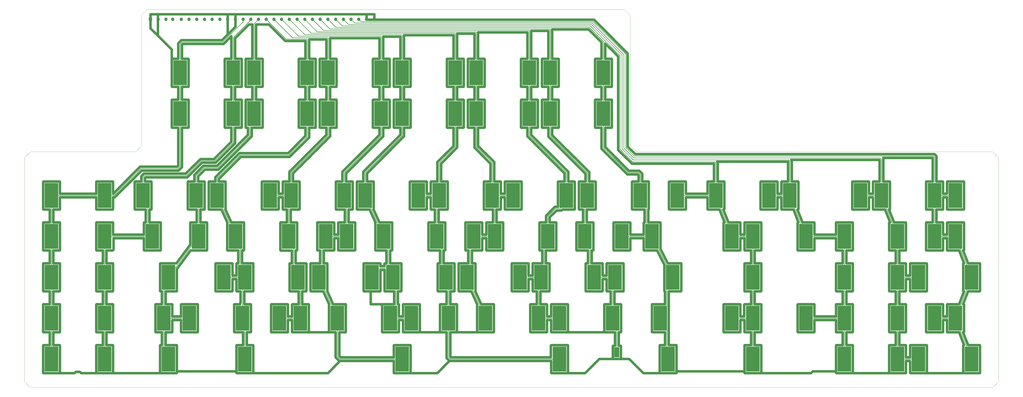
<source format=gbr>
%TF.GenerationSoftware,KiCad,Pcbnew,(5.1.7)-1*%
%TF.CreationDate,2020-10-10T22:45:47-04:00*%
%TF.ProjectId,f122,66313232-2e6b-4696-9361-645f70636258,rev?*%
%TF.SameCoordinates,PXe1237f8PYe7db780*%
%TF.FileFunction,Copper,L2,Bot*%
%TF.FilePolarity,Positive*%
%FSLAX46Y46*%
G04 Gerber Fmt 4.6, Leading zero omitted, Abs format (unit mm)*
G04 Created by KiCad (PCBNEW (5.1.7)-1) date 2020-10-10 22:45:47*
%MOMM*%
%LPD*%
G01*
G04 APERTURE LIST*
%TA.AperFunction,Profile*%
%ADD10C,0.100000*%
%TD*%
%TA.AperFunction,ComponentPad*%
%ADD11O,1.700000X1.700000*%
%TD*%
%TA.AperFunction,ComponentPad*%
%ADD12R,1.700000X1.700000*%
%TD*%
%TA.AperFunction,SMDPad,CuDef*%
%ADD13R,6.985000X12.700000*%
%TD*%
%TA.AperFunction,SMDPad,CuDef*%
%ADD14R,2.540000X5.080000*%
%TD*%
%TA.AperFunction,Conductor*%
%ADD15C,1.270000*%
%TD*%
%TA.AperFunction,Conductor*%
%ADD16C,0.254000*%
%TD*%
%TA.AperFunction,Conductor*%
%ADD17C,0.250000*%
%TD*%
G04 APERTURE END LIST*
D10*
X-131760000Y63785000D02*
X-128760000Y66785000D01*
X125240000Y63785000D02*
X122240000Y66785000D01*
X122240000Y133785000D02*
X119240000Y136785000D01*
X122240000Y133785000D02*
X122240000Y66785000D01*
X-128760000Y133785000D02*
X-125760000Y136785000D01*
X-128760000Y133785000D02*
X-128760000Y66785000D01*
X311240000Y60785000D02*
X308240000Y63785000D01*
X-188760000Y60785000D02*
X-185760000Y63785000D01*
X308240000Y-57215000D02*
X311240000Y-54215000D01*
X-185760000Y-57215000D02*
X-188760000Y-54215000D01*
X125240000Y63785000D02*
X308240000Y63785000D01*
X-188760000Y60785000D02*
X-188760000Y-54215000D01*
X-185760000Y-57215000D02*
X308240000Y-57215000D01*
X-185760000Y63785000D02*
X-131760000Y63785000D01*
X-125760000Y136785000D02*
X119240000Y136785000D01*
X311240000Y60785000D02*
X311240000Y-54215000D01*
D11*
%TO.P,J1,30*%
%TO.N,GND*%
X-9235000Y131785000D03*
%TO.P,J1,29*%
X-13195000Y131785000D03*
%TO.P,J1,28*%
%TO.N,COL_G*%
X-17155000Y131785000D03*
%TO.P,J1,27*%
%TO.N,COL_F*%
X-21115000Y131785000D03*
%TO.P,J1,26*%
%TO.N,COL_E*%
X-25075000Y131785000D03*
%TO.P,J1,25*%
%TO.N,COL_D*%
X-29035000Y131785000D03*
%TO.P,J1,24*%
%TO.N,COL_C*%
X-32995000Y131785000D03*
%TO.P,J1,23*%
%TO.N,COL_B*%
X-36955000Y131785000D03*
%TO.P,J1,22*%
%TO.N,COL_A*%
X-40915000Y131785000D03*
%TO.P,J1,21*%
%TO.N,COL_9*%
X-44875000Y131785000D03*
%TO.P,J1,20*%
%TO.N,COL_8*%
X-48835000Y131785000D03*
%TO.P,J1,19*%
%TO.N,COL_7*%
X-52795000Y131785000D03*
%TO.P,J1,18*%
%TO.N,COL_6*%
X-56755000Y131785000D03*
%TO.P,J1,17*%
%TO.N,COL_5*%
X-60715000Y131785000D03*
%TO.P,J1,16*%
%TO.N,COL_4*%
X-64675000Y131785000D03*
%TO.P,J1,15*%
%TO.N,COL_3*%
X-68635000Y131785000D03*
%TO.P,J1,14*%
%TO.N,COL_2*%
X-72595000Y131785000D03*
%TO.P,J1,13*%
%TO.N,COL_1*%
X-76555000Y131785000D03*
%TO.P,J1,12*%
%TO.N,GND*%
X-80515000Y131785000D03*
%TO.P,J1,11*%
X-84475000Y131785000D03*
%TO.P,J1,10*%
%TO.N,ROW_8*%
X-88435000Y131785000D03*
%TO.P,J1,9*%
%TO.N,ROW_7*%
X-92395000Y131785000D03*
%TO.P,J1,8*%
%TO.N,ROW_6*%
X-96355000Y131785000D03*
%TO.P,J1,7*%
%TO.N,ROW_5*%
X-100315000Y131785000D03*
%TO.P,J1,6*%
%TO.N,ROW_4*%
X-104275000Y131785000D03*
%TO.P,J1,5*%
%TO.N,ROW_3*%
X-108235000Y131785000D03*
%TO.P,J1,4*%
%TO.N,ROW_2*%
X-112645000Y131785000D03*
%TO.P,J1,3*%
%TO.N,ROW_1*%
X-116155000Y131785000D03*
%TO.P,J1,2*%
%TO.N,GND*%
X-120115000Y131785000D03*
D12*
%TO.P,J1,1*%
X-124075000Y131785000D03*
%TD*%
D13*
%TO.P,SW3,COL*%
%TO.N,COL_3*%
X-70887500Y104350000D03*
%TD*%
D14*
%TO.P,CAL1,COL*%
%TO.N,COL_B*%
X115295000Y-39150000D03*
%TD*%
D13*
%TO.P,SW126,COL*%
%TO.N,COL_F*%
X270112500Y-42650000D03*
%TD*%
%TO.P,SW124,COL*%
%TO.N,COL_E*%
X232112500Y-42650000D03*
%TD*%
%TO.P,SW123,COL*%
%TO.N,COL_D*%
X185112500Y-42650000D03*
%TD*%
%TO.P,SW121,COL*%
%TO.N,COL_8*%
X85862500Y-42650000D03*
%TD*%
%TO.P,SW120,COL*%
%TO.N,COL_6*%
X5112500Y-42650000D03*
%TD*%
%TO.P,SW119,COL*%
%TO.N,COL_4*%
X-75637500Y-42650000D03*
%TD*%
%TO.P,SW116,COL*%
%TO.N,COL_1*%
X-174887500Y-42650000D03*
%TD*%
%TO.P,SW115,COL*%
%TO.N,COL_G*%
X289112500Y-21650000D03*
%TD*%
%TO.P,SW112,COL*%
%TO.N,COL_E*%
X232112500Y-21650000D03*
%TD*%
%TO.P,SW110,COL*%
%TO.N,COL_D*%
X185112500Y-21650000D03*
%TD*%
%TO.P,SW106,COL*%
%TO.N,COL_A*%
X85862500Y-21650000D03*
%TD*%
%TO.P,SW104,COL*%
%TO.N,COL_9*%
X47862500Y-21650000D03*
%TD*%
%TO.P,SW103,COL*%
%TO.N,COL_8*%
X28862500Y-21650000D03*
%TD*%
%TO.P,SW102,COL*%
%TO.N,COL_7*%
X9862500Y-21650000D03*
%TD*%
%TO.P,SW100,COL*%
%TO.N,COL_6*%
X-28137500Y-21650000D03*
%TD*%
%TO.P,SW99,COL*%
%TO.N,COL_5*%
X-47137500Y-21650000D03*
%TD*%
%TO.P,SW96,COL*%
%TO.N,COL_3*%
X-104137500Y-21650000D03*
%TD*%
%TO.P,SW93,COL*%
%TO.N,COL_1*%
X-174887500Y-21650000D03*
%TD*%
%TO.P,SW91,COL*%
%TO.N,COL_F*%
X270112500Y-650000D03*
%TD*%
%TO.P,SW89,COL*%
%TO.N,COL_E*%
X232112500Y-650000D03*
%TD*%
%TO.P,SW88,COL*%
%TO.N,COL_D*%
X185112500Y-650000D03*
%TD*%
%TO.P,SW86,COL*%
%TO.N,COL_B*%
X114362500Y-650000D03*
%TD*%
%TO.P,SW84,COL*%
%TO.N,COL_A*%
X76362500Y-650000D03*
%TD*%
%TO.P,SW82,COL*%
%TO.N,COL_9*%
X38362500Y-650000D03*
%TD*%
%TO.P,SW80,COL*%
%TO.N,COL_7*%
X362500Y-650000D03*
%TD*%
%TO.P,SW78,COL*%
%TO.N,COL_6*%
X-37637500Y-650000D03*
%TD*%
%TO.P,SW76,COL*%
%TO.N,COL_4*%
X-75637500Y-650000D03*
%TD*%
%TO.P,SW72,COL*%
%TO.N,COL_1*%
X-174887500Y-650000D03*
%TD*%
%TO.P,SW71,COL*%
%TO.N,COL_G*%
X289112500Y20350000D03*
%TD*%
%TO.P,SW68,COL*%
%TO.N,COL_E*%
X232112500Y20350000D03*
%TD*%
%TO.P,SW66,COL*%
%TO.N,COL_D*%
X185112500Y20350000D03*
%TD*%
%TO.P,SW64,COL*%
%TO.N,COL_C*%
X133362500Y20350000D03*
%TD*%
%TO.P,SW60,COL*%
%TO.N,COL_9*%
X52612500Y20350000D03*
%TD*%
%TO.P,SW57,COL*%
%TO.N,COL_7*%
X-4387500Y20350000D03*
%TD*%
%TO.P,SW56,COL*%
%TO.N,COL_6*%
X-23387500Y20350000D03*
%TD*%
%TO.P,SW53,COL*%
%TO.N,COL_4*%
X-80387500Y20350000D03*
%TD*%
%TO.P,SW52,COL*%
%TO.N,COL_3*%
X-99387500Y20350000D03*
%TD*%
%TO.P,SW51,COL*%
%TO.N,COL_2*%
X-123137500Y20350000D03*
%TD*%
%TO.P,SW49,COL*%
%TO.N,COL_1*%
X-174887500Y20350000D03*
%TD*%
%TO.P,SW48,COL*%
%TO.N,COL_G*%
X289112500Y41350000D03*
%TD*%
%TO.P,SW46,COL*%
%TO.N,COL_F*%
X251112500Y41350000D03*
%TD*%
%TO.P,SW44,COL*%
%TO.N,COL_E*%
X204112500Y41350000D03*
%TD*%
%TO.P,SW42,COL*%
%TO.N,COL_D*%
X166112500Y41350000D03*
%TD*%
%TO.P,SW39,COL*%
%TO.N,COL_B*%
X100112500Y41350000D03*
%TD*%
%TO.P,SW37,COL*%
%TO.N,COL_9*%
X62112500Y41350000D03*
%TD*%
%TO.P,SW35,COL*%
%TO.N,COL_8*%
X24112500Y41350000D03*
%TD*%
%TO.P,SW33,COL*%
%TO.N,COL_7*%
X-13887500Y41350000D03*
%TD*%
%TO.P,SW31,COL*%
%TO.N,COL_5*%
X-51887500Y41350000D03*
%TD*%
%TO.P,SW29,COL*%
%TO.N,COL_4*%
X-89887500Y41350000D03*
%TD*%
%TO.P,SW27,COL*%
%TO.N,COL_2*%
X-127887500Y41350000D03*
%TD*%
%TO.P,SW25,COL*%
%TO.N,COL_1*%
X-174887500Y41350000D03*
%TD*%
%TO.P,SW23,COL*%
%TO.N,COL_B*%
X81112500Y83350000D03*
%TD*%
%TO.P,SW21,COL*%
%TO.N,COL_9*%
X43112500Y83350000D03*
%TD*%
%TO.P,SW19,COL*%
%TO.N,COL_7*%
X5112500Y83350000D03*
%TD*%
%TO.P,SW17,COL*%
%TO.N,COL_5*%
X-32887500Y83350000D03*
%TD*%
%TO.P,SW15,COL*%
%TO.N,COL_3*%
X-70887500Y83350000D03*
%TD*%
%TO.P,SW13,COL*%
%TO.N,COL_1*%
X-108887500Y83350000D03*
%TD*%
%TO.P,SW11,COL*%
%TO.N,COL_B*%
X81112500Y104350000D03*
%TD*%
%TO.P,SW9,COL*%
%TO.N,COL_9*%
X43112500Y104350000D03*
%TD*%
%TO.P,SW7,COL*%
%TO.N,COL_7*%
X5112500Y104350000D03*
%TD*%
%TO.P,SW5,COL*%
%TO.N,COL_5*%
X-32887500Y104350000D03*
%TD*%
%TO.P,SW1,COL*%
%TO.N,COL_1*%
X-108887500Y104350000D03*
%TD*%
%TO.P,SW26,COL*%
%TO.N,COL_1*%
X-147632500Y41350000D03*
%TD*%
%TO.P,SW28,COL*%
%TO.N,COL_3*%
X-100632500Y41350000D03*
%TD*%
%TO.P,SW30,COL*%
%TO.N,COL_5*%
X-62632500Y41350000D03*
%TD*%
%TO.P,SW32,COL*%
%TO.N,COL_6*%
X-24632500Y41350000D03*
%TD*%
%TO.P,SW34,COL*%
%TO.N,COL_8*%
X13367500Y41350000D03*
%TD*%
%TO.P,SW36,COL*%
%TO.N,COL_9*%
X51367500Y41350000D03*
%TD*%
%TO.P,SW38,COL*%
%TO.N,COL_A*%
X89367500Y41350000D03*
%TD*%
%TO.P,SW40,COL*%
%TO.N,COL_C*%
X127367500Y41350000D03*
%TD*%
%TO.P,SW41,COL*%
%TO.N,COL_D*%
X146367500Y41350000D03*
%TD*%
%TO.P,SW43,COL*%
%TO.N,COL_E*%
X193367500Y41350000D03*
%TD*%
%TO.P,SW45,COL*%
%TO.N,COL_F*%
X240367500Y41350000D03*
%TD*%
%TO.P,SW47,COL*%
%TO.N,COL_G*%
X278367500Y41350000D03*
%TD*%
%TO.P,SW50,COL*%
%TO.N,COL_2*%
X-147632500Y20350000D03*
%TD*%
%TO.P,SW54,COL*%
%TO.N,COL_5*%
X-53132500Y20350000D03*
%TD*%
%TO.P,SW55,COL*%
%TO.N,COL_6*%
X-34132500Y20350000D03*
%TD*%
%TO.P,SW58,COL*%
%TO.N,COL_8*%
X22867500Y20350000D03*
%TD*%
%TO.P,SW59,COL*%
%TO.N,COL_9*%
X41867500Y20350000D03*
%TD*%
%TO.P,SW61,COL*%
%TO.N,COL_A*%
X79867500Y20350000D03*
%TD*%
%TO.P,SW62,COL*%
%TO.N,COL_B*%
X98867500Y20350000D03*
%TD*%
%TO.P,SW63,COL*%
%TO.N,COL_C*%
X117867500Y20350000D03*
%TD*%
%TO.P,SW65,COL*%
%TO.N,COL_D*%
X174367500Y20350000D03*
%TD*%
%TO.P,SW67,COL*%
%TO.N,COL_E*%
X212367500Y20350000D03*
%TD*%
%TO.P,SW69,COL*%
%TO.N,COL_F*%
X259367500Y20350000D03*
%TD*%
%TO.P,SW70,COL*%
%TO.N,COL_G*%
X278367500Y20350000D03*
%TD*%
%TO.P,SW73,COL*%
%TO.N,COL_2*%
X-147632500Y-650000D03*
%TD*%
%TO.P,SW74,COL*%
%TO.N,COL_3*%
X-114882500Y-650000D03*
%TD*%
%TO.P,SW75,COL*%
%TO.N,COL_4*%
X-86382500Y-650000D03*
%TD*%
%TO.P,SW77,COL*%
%TO.N,COL_5*%
X-48382500Y-650000D03*
%TD*%
%TO.P,SW79,COL*%
%TO.N,COL_7*%
X-10382500Y-650000D03*
%TD*%
%TO.P,SW81,COL*%
%TO.N,COL_8*%
X27617500Y-650000D03*
%TD*%
%TO.P,SW83,COL*%
%TO.N,COL_A*%
X65617500Y-650000D03*
%TD*%
%TO.P,SW85,COL*%
%TO.N,COL_B*%
X103617500Y-650000D03*
%TD*%
%TO.P,SW87,COL*%
%TO.N,COL_C*%
X143992500Y-650000D03*
%TD*%
%TO.P,SW90,COL*%
%TO.N,COL_F*%
X259367500Y-650000D03*
%TD*%
%TO.P,SW92,COL*%
%TO.N,COL_G*%
X297367500Y-650000D03*
%TD*%
%TO.P,SW94,COL*%
%TO.N,COL_2*%
X-147632500Y-21650000D03*
%TD*%
%TO.P,SW95,COL*%
%TO.N,COL_3*%
X-117257500Y-21650000D03*
%TD*%
%TO.P,SW97,COL*%
%TO.N,COL_4*%
X-76882500Y-21650000D03*
%TD*%
%TO.P,SW98,COL*%
%TO.N,COL_5*%
X-57882500Y-21650000D03*
%TD*%
%TO.P,SW101,COL*%
%TO.N,COL_7*%
X-882500Y-21650000D03*
%TD*%
%TO.P,SW105,COL*%
%TO.N,COL_A*%
X75117500Y-21650000D03*
%TD*%
%TO.P,SW107,COL*%
%TO.N,COL_B*%
X113117500Y-21650000D03*
%TD*%
%TO.P,SW108,COL*%
%TO.N,COL_C*%
X137617500Y-21650000D03*
%TD*%
%TO.P,SW109,COL*%
%TO.N,COL_D*%
X174367500Y-21650000D03*
%TD*%
%TO.P,SW111,COL*%
%TO.N,COL_E*%
X212367500Y-21650000D03*
%TD*%
%TO.P,SW113,COL*%
%TO.N,COL_F*%
X259367500Y-21650000D03*
%TD*%
%TO.P,SW114,COL*%
%TO.N,COL_G*%
X278367500Y-21650000D03*
%TD*%
%TO.P,SW117,COL*%
%TO.N,COL_2*%
X-147632500Y-42650000D03*
%TD*%
%TO.P,SW118,COL*%
%TO.N,COL_3*%
X-114882500Y-42650000D03*
%TD*%
%TO.P,SW122,COL*%
%TO.N,COL_C*%
X141617500Y-42650000D03*
%TD*%
%TO.P,SW125,COL*%
%TO.N,COL_F*%
X259367500Y-42650000D03*
%TD*%
%TO.P,SW127,COL*%
%TO.N,COL_G*%
X297367500Y-42650000D03*
%TD*%
%TO.P,SW14,COL*%
%TO.N,COL_2*%
X-81632500Y83350000D03*
%TD*%
%TO.P,SW12,COL*%
%TO.N,COL_C*%
X108367500Y104350000D03*
%TD*%
%TO.P,SW4,COL*%
%TO.N,COL_4*%
X-43632500Y104350000D03*
%TD*%
%TO.P,SW16,COL*%
%TO.N,COL_4*%
X-43632500Y83350000D03*
%TD*%
%TO.P,SW2,COL*%
%TO.N,COL_2*%
X-81632500Y104350000D03*
%TD*%
%TO.P,SW18,COL*%
%TO.N,COL_6*%
X-5632500Y83350000D03*
%TD*%
%TO.P,SW24,COL*%
%TO.N,COL_C*%
X108367500Y83350000D03*
%TD*%
%TO.P,SW22,COL*%
%TO.N,COL_A*%
X70367500Y83350000D03*
%TD*%
%TO.P,SW6,COL*%
%TO.N,COL_6*%
X-5632500Y104350000D03*
%TD*%
%TO.P,SW10,COL*%
%TO.N,COL_A*%
X70367500Y104350000D03*
%TD*%
%TO.P,SW8,COL*%
%TO.N,COL_8*%
X32367500Y104350000D03*
%TD*%
%TO.P,SW20,COL*%
%TO.N,COL_8*%
X32367500Y83350000D03*
%TD*%
D15*
%TO.N,GND*%
X165152490Y57534852D02*
X165027352Y57659990D01*
X180784999Y13331999D02*
X180951999Y13164999D01*
X178695001Y19387990D02*
X180784999Y19387990D01*
X178695001Y13331999D02*
X178695001Y19387990D01*
X178528001Y13164999D02*
X178695001Y13331999D01*
X170206999Y13164999D02*
X178528001Y13164999D01*
X170039999Y13331999D02*
X170206999Y13164999D01*
X170206999Y27535001D02*
X170039999Y27368001D01*
X161951999Y34164999D02*
X167903224Y34164999D01*
X184150490Y6535001D02*
X180951999Y6535001D01*
X167903224Y34164999D02*
X170509443Y27535001D01*
X161784999Y40387990D02*
X161784999Y34331999D01*
X178695001Y-28668001D02*
X178695001Y-22612010D01*
X165152490Y48535001D02*
X161951999Y48535001D01*
X184150490Y-35464999D02*
X180951999Y-35464999D01*
X161784999Y34331999D02*
X161951999Y34164999D01*
X161784999Y48368001D02*
X161784999Y42312010D01*
X170039999Y27368001D02*
X170039999Y13331999D01*
X161951999Y48535001D02*
X161784999Y48368001D01*
X170039999Y-28668001D02*
X170206999Y-28835001D01*
X170509443Y27535001D02*
X170206999Y27535001D01*
X180784999Y19387990D02*
X180784999Y13331999D01*
X180951999Y13164999D02*
X184150490Y13164999D01*
X184150490Y13164999D02*
X184150490Y6535001D01*
X180951999Y6535001D02*
X180784999Y6368001D01*
X180784999Y6368001D02*
X180784999Y-7668001D01*
X180784999Y-7668001D02*
X180951999Y-7835001D01*
X180951999Y-35464999D02*
X180784999Y-35631999D01*
X180951999Y-7835001D02*
X184150490Y-7835001D01*
X170206999Y-28835001D02*
X178528001Y-28835001D01*
X184150490Y-7835001D02*
X184150490Y-14464999D01*
X184150490Y-14464999D02*
X180840001Y-14464999D01*
X180840001Y-14464999D02*
X180617010Y-14687990D01*
X180617010Y-14687990D02*
X180617010Y-20687990D01*
X180617010Y-20687990D02*
X178695001Y-20687990D01*
X184150490Y-28835001D02*
X184150490Y-35464999D01*
X178695001Y-14631999D02*
X178528001Y-14464999D01*
X178528001Y-14464999D02*
X170206999Y-14464999D01*
X170206999Y-14464999D02*
X170039999Y-14631999D01*
X178528001Y-28835001D02*
X178695001Y-28668001D01*
X180784999Y-22612010D02*
X180784999Y-28668001D01*
X180784999Y-28668001D02*
X180951999Y-28835001D01*
X165152490Y57534852D02*
X165152490Y48535001D01*
X180784999Y-35631999D02*
X180784999Y-49668001D01*
X178695001Y-20687990D02*
X178695001Y-14631999D01*
X180951999Y-28835001D02*
X184150490Y-28835001D01*
X170039999Y-14631999D02*
X170039999Y-28668001D01*
X178695001Y-22612010D02*
X180784999Y-22612010D01*
X-84715001Y13331999D02*
X-84715001Y27368001D01*
X-84548001Y13164999D02*
X-84715001Y13331999D01*
X-79037010Y13164999D02*
X-84548001Y13164999D01*
X-79037010Y6535001D02*
X-79037010Y13164999D01*
X-79798001Y6535001D02*
X-79037010Y6535001D01*
X-79965001Y6368001D02*
X-79798001Y6535001D01*
X-79965001Y312010D02*
X-79965001Y6368001D01*
X-82054999Y312010D02*
X-79965001Y312010D01*
X-82054999Y6368001D02*
X-82054999Y312010D01*
X-82221999Y6535001D02*
X-82054999Y6368001D01*
X-90543001Y6535001D02*
X-82221999Y6535001D01*
X-90710001Y6368001D02*
X-90543001Y6535001D01*
X-90710001Y-7668001D02*
X-90710001Y6368001D01*
X-90543001Y-7835001D02*
X-90710001Y-7668001D01*
X-82221999Y-7835001D02*
X-90543001Y-7835001D01*
X-82054999Y-7668001D02*
X-82221999Y-7835001D01*
X-82054999Y-1612010D02*
X-82054999Y-7668001D01*
X-79965001Y-1612010D02*
X-82054999Y-1612010D01*
X-78159999Y-14464999D02*
X-78159999Y-13964999D01*
X-79965001Y-49668001D02*
X-79965001Y-35631999D01*
X-79798001Y-49835001D02*
X-79965001Y-49668001D01*
X-79965001Y-35631999D02*
X-79798001Y-35464999D01*
X-79798001Y-35464999D02*
X-76599510Y-35464999D01*
X-76599510Y-35464999D02*
X-76599510Y-28835001D01*
X-76599510Y-28835001D02*
X-81043001Y-28835001D01*
X-81043001Y-28835001D02*
X-81210001Y-28668001D01*
X-81210001Y-28668001D02*
X-81210001Y-14631999D01*
X-81210001Y-14631999D02*
X-81043001Y-14464999D01*
X-81043001Y-14464999D02*
X-78159999Y-14464999D01*
X-78159999Y-13964999D02*
X-77844510Y-13649510D01*
X-77844510Y-13649510D02*
X-77844510Y-7835001D01*
X-79798001Y-7835001D02*
X-79965001Y-7668001D01*
X-77844510Y-7835001D02*
X-79798001Y-7835001D01*
X-79965001Y-7668001D02*
X-79965001Y-1612010D01*
X-75280001Y-49835001D02*
X-79798001Y-49835001D01*
X189440001Y-49668001D02*
X189273001Y-49835001D01*
X189440001Y-35631999D02*
X189440001Y-49668001D01*
X189273001Y-35464999D02*
X189440001Y-35631999D01*
X186074510Y-35464999D02*
X189273001Y-35464999D01*
X186074510Y-28835001D02*
X186074510Y-35464999D01*
X189273001Y-28835001D02*
X186074510Y-28835001D01*
X189440001Y-28668001D02*
X189273001Y-28835001D01*
X189440001Y-14631999D02*
X189440001Y-28668001D01*
X189273001Y-14464999D02*
X189440001Y-14631999D01*
X186074510Y-14464999D02*
X189273001Y-14464999D01*
X186074510Y-7835001D02*
X186074510Y-14464999D01*
X189273001Y-7835001D02*
X186074510Y-7835001D01*
X189440001Y-7668001D02*
X189273001Y-7835001D01*
X189440001Y6368001D02*
X189440001Y-7668001D01*
X189273001Y6535001D02*
X189440001Y6368001D01*
X186074510Y6535001D02*
X189273001Y6535001D01*
X186074510Y13164999D02*
X186074510Y6535001D01*
X189273001Y13164999D02*
X186074510Y13164999D01*
X189440001Y13331999D02*
X189273001Y13164999D01*
X189440001Y27368001D02*
X189440001Y13331999D01*
X189273001Y27535001D02*
X189440001Y27368001D01*
X180951999Y27535001D02*
X189273001Y27535001D01*
X180784999Y27368001D02*
X180951999Y27535001D01*
X180784999Y21312010D02*
X180784999Y27368001D01*
X178695001Y21312010D02*
X180784999Y21312010D01*
X178695001Y27368001D02*
X178695001Y21312010D01*
X178528001Y27535001D02*
X178695001Y27368001D01*
X172576777Y27535001D02*
X178528001Y27535001D01*
X169970557Y34164999D02*
X172576777Y27535001D01*
X170273001Y34164999D02*
X169970557Y34164999D01*
X170440001Y34331999D02*
X170273001Y34164999D01*
X170440001Y48368001D02*
X170440001Y34331999D01*
X170273001Y48535001D02*
X170440001Y48368001D01*
X167072510Y48535001D02*
X170273001Y48535001D01*
X167072510Y58330149D02*
X167072510Y48535001D01*
X166742669Y58659990D02*
X167072510Y58330149D01*
X203027352Y58659990D02*
X166742669Y58659990D01*
X203152490Y58534852D02*
X203027352Y58659990D01*
X203152490Y48535001D02*
X203152490Y58534852D01*
X199951999Y48535001D02*
X203152490Y48535001D01*
X199784999Y48368001D02*
X199951999Y48535001D01*
X199784999Y42312010D02*
X199784999Y48368001D01*
X197695001Y42312010D02*
X199784999Y42312010D01*
X197695001Y48368001D02*
X197695001Y42312010D01*
X189206999Y48535001D02*
X197528001Y48535001D01*
X189039999Y48368001D02*
X189206999Y48535001D01*
X189039999Y34331999D02*
X189039999Y48368001D01*
X189206999Y34164999D02*
X189039999Y34331999D01*
X197528001Y34164999D02*
X189206999Y34164999D01*
X197695001Y34331999D02*
X197528001Y34164999D01*
X197695001Y40387990D02*
X197695001Y34331999D01*
X199657010Y40387990D02*
X197695001Y40387990D01*
X199951999Y34164999D02*
X199784999Y34331999D01*
X205903224Y34164999D02*
X199951999Y34164999D01*
X208509443Y27535001D02*
X205903224Y34164999D01*
X208206999Y27535001D02*
X208509443Y27535001D01*
X208039999Y27368001D02*
X208206999Y27535001D01*
X208039999Y13331999D02*
X208039999Y27368001D01*
X227784999Y19387990D02*
X216695001Y19387990D01*
X227784999Y13331999D02*
X227784999Y19387990D01*
X227951999Y13164999D02*
X227784999Y13331999D01*
X231150490Y13164999D02*
X227951999Y13164999D01*
X231150490Y6535001D02*
X231150490Y13164999D01*
X227784999Y6368001D02*
X227951999Y6535001D01*
X227951999Y-7835001D02*
X227784999Y-7668001D01*
X231150490Y-14464999D02*
X231150490Y-7835001D01*
X227951999Y-14464999D02*
X231150490Y-14464999D01*
X227784999Y-20687990D02*
X227784999Y-14631999D01*
X216695001Y-20687990D02*
X227784999Y-20687990D01*
X216695001Y-14631999D02*
X216695001Y-20687990D01*
X208273001Y48535001D02*
X208440001Y48368001D01*
X236440001Y-28668001D02*
X236273001Y-28835001D01*
X244528001Y48535001D02*
X244695001Y48368001D01*
X204742669Y59659990D02*
X205072510Y59330149D01*
X227784999Y27368001D02*
X227951999Y27535001D01*
X208440001Y34331999D02*
X208273001Y34164999D01*
X205072510Y59330149D02*
X205072510Y48535001D01*
X233074510Y-28835001D02*
X233074510Y-35464999D01*
X236039999Y34331999D02*
X236039999Y48368001D01*
X246784999Y48368001D02*
X246951999Y48535001D01*
X236440001Y13331999D02*
X236273001Y13164999D01*
X250152490Y48535001D02*
X250152490Y59534852D01*
X227951999Y27535001D02*
X236273001Y27535001D01*
X246784999Y40387990D02*
X244695001Y40387990D01*
X236273001Y27535001D02*
X236440001Y27368001D01*
X246951999Y48535001D02*
X250152490Y48535001D01*
X236440001Y-14631999D02*
X236440001Y-28668001D01*
X208440001Y48368001D02*
X208440001Y34331999D01*
X255039999Y27368001D02*
X255206999Y27535001D01*
X205072510Y48535001D02*
X208273001Y48535001D01*
X244695001Y34331999D02*
X244528001Y34164999D01*
X255039999Y13331999D02*
X255039999Y27368001D01*
X236440001Y-7668001D02*
X236273001Y-7835001D01*
X233074510Y6535001D02*
X236273001Y6535001D01*
X236206999Y34164999D02*
X236039999Y34331999D01*
X208273001Y34164999D02*
X207970557Y34164999D01*
X236440001Y6368001D02*
X236440001Y-7668001D01*
X250152490Y59534852D02*
X250027352Y59659990D01*
X216695001Y27368001D02*
X216695001Y21312010D01*
X236440001Y27368001D02*
X236440001Y13331999D01*
X216528001Y27535001D02*
X216695001Y27368001D01*
X293206999Y-49835001D02*
X293039999Y-49668001D01*
X246784999Y42312010D02*
X246784999Y48368001D01*
X233074510Y-35464999D02*
X236273001Y-35464999D01*
X244695001Y40387990D02*
X244695001Y34331999D01*
X246951999Y34164999D02*
X246784999Y34331999D01*
X210576776Y27535001D02*
X216528001Y27535001D01*
X216528001Y-14464999D02*
X216695001Y-14631999D01*
X227784999Y21312010D02*
X227784999Y27368001D01*
X227951999Y6535001D02*
X231150490Y6535001D01*
X231150490Y-7835001D02*
X227951999Y-7835001D01*
X197528001Y48535001D02*
X197695001Y48368001D01*
X244695001Y48368001D02*
X244695001Y42349999D01*
X250027352Y59659990D02*
X204742669Y59659990D01*
X236273001Y-35464999D02*
X236440001Y-35631999D01*
X236206999Y48535001D02*
X244528001Y48535001D01*
X227784999Y-7668001D02*
X227784999Y6368001D01*
X216528001Y13164999D02*
X208206999Y13164999D01*
X255206999Y13164999D02*
X255039999Y13331999D01*
X216695001Y19387990D02*
X216695001Y13331999D01*
X236273001Y-28835001D02*
X233074510Y-28835001D01*
X233074510Y-14464999D02*
X236273001Y-14464999D01*
X244528001Y34164999D02*
X236206999Y34164999D01*
X236039999Y48368001D02*
X236206999Y48535001D01*
X252903224Y34164999D02*
X246951999Y34164999D01*
X265784999Y-49668001D02*
X265784999Y-43739999D01*
X255509443Y27535001D02*
X252903224Y34164999D01*
X265784999Y-43739999D02*
X265657010Y-43612010D01*
X255206999Y27535001D02*
X255509443Y27535001D01*
X265657010Y-43612010D02*
X263695001Y-43612010D01*
X246784999Y34331999D02*
X246784999Y40387990D01*
X263695001Y-43612010D02*
X263695001Y-49668001D01*
X207970557Y34164999D02*
X210576776Y27535001D01*
X236273001Y-7835001D02*
X233074510Y-7835001D01*
X227951999Y-35464999D02*
X231150490Y-35464999D01*
X233074510Y-7835001D02*
X233074510Y-14464999D01*
X199784999Y34331999D02*
X199784999Y40260001D01*
X255039999Y-49668001D02*
X255039999Y-35631999D01*
X199784999Y40260001D02*
X199657010Y40387990D01*
X255039999Y-35631999D02*
X255206999Y-35464999D01*
X208039999Y-28668001D02*
X208039999Y-14631999D01*
X216695001Y13331999D02*
X216528001Y13164999D01*
X255206999Y-35464999D02*
X258405490Y-35464999D01*
X216528001Y-28835001D02*
X208206999Y-28835001D01*
X233074510Y13164999D02*
X233074510Y6535001D01*
X258405490Y-35464999D02*
X258405490Y-28835001D01*
X208039999Y-14631999D02*
X208206999Y-14464999D01*
X258405490Y-28835001D02*
X255206999Y-28835001D01*
X244732990Y42312010D02*
X246784999Y42312010D01*
X255206999Y-28835001D02*
X255039999Y-28668001D01*
X216695001Y21312010D02*
X227784999Y21312010D01*
X255039999Y-28668001D02*
X255039999Y-14631999D01*
X236273001Y6535001D02*
X236440001Y6368001D01*
X255039999Y-14631999D02*
X255206999Y-14464999D01*
X255206999Y-14464999D02*
X258405490Y-14464999D01*
X216695001Y-22612010D02*
X216695001Y-28668001D01*
X231150490Y-35464999D02*
X231150490Y-28835001D01*
X258405490Y-14464999D02*
X258405490Y-7835001D01*
X236440001Y-35631999D02*
X236440001Y-49668001D01*
X258405490Y-7835001D02*
X255206999Y-7835001D01*
X255206999Y-7835001D02*
X255039999Y-7668001D01*
X231150490Y-28835001D02*
X227951999Y-28835001D01*
X244695001Y42349999D02*
X244732990Y42312010D01*
X255039999Y-7668001D02*
X255039999Y6368001D01*
X236273001Y13164999D02*
X233074510Y13164999D01*
X255039999Y6368001D02*
X255206999Y6535001D01*
X236273001Y-14464999D02*
X236440001Y-14631999D01*
X255206999Y6535001D02*
X258405490Y6535001D01*
X208206999Y13164999D02*
X208039999Y13331999D01*
X258405490Y6535001D02*
X258405490Y13164999D01*
X227784999Y-14631999D02*
X227951999Y-14464999D01*
X258405490Y13164999D02*
X255206999Y13164999D01*
X208206999Y-14464999D02*
X216528001Y-14464999D01*
X227784999Y-35631999D02*
X227951999Y-35464999D01*
X227951999Y-28835001D02*
X227784999Y-28668001D01*
X227784999Y-28668001D02*
X227784999Y-22612010D01*
X227784999Y-22612010D02*
X216695001Y-22612010D01*
X216695001Y-28668001D02*
X216528001Y-28835001D01*
X208206999Y-28835001D02*
X208039999Y-28668001D01*
X-115030001Y-49835001D02*
X-114030001Y-49835001D01*
X-179048001Y-49835001D02*
X-170726999Y-49835001D01*
X-179215001Y-35631999D02*
X-179215001Y-49668001D01*
X-175849510Y-28835001D02*
X-175849510Y-35464999D01*
X-179215001Y-28668001D02*
X-179048001Y-28835001D01*
X-179215001Y-14631999D02*
X-179215001Y-28668001D01*
X-179048001Y-14464999D02*
X-179215001Y-14631999D01*
X-175849510Y-14464999D02*
X-179048001Y-14464999D01*
X-175849510Y-7835001D02*
X-175849510Y-14464999D01*
X-179048001Y-7835001D02*
X-175849510Y-7835001D01*
X-179215001Y-7668001D02*
X-179048001Y-7835001D01*
X-179215001Y6368001D02*
X-179215001Y-7668001D01*
X-179215001Y-49668001D02*
X-179048001Y-49835001D01*
X-179048001Y6535001D02*
X-179215001Y6368001D01*
X-175849510Y6535001D02*
X-179048001Y6535001D01*
X-175849510Y13164999D02*
X-175849510Y6535001D01*
X-179048001Y13164999D02*
X-175849510Y13164999D01*
X-179215001Y13331999D02*
X-179048001Y13164999D01*
X-179215001Y27368001D02*
X-179215001Y13331999D01*
X-179048001Y-35464999D02*
X-179215001Y-35631999D01*
X-179048001Y27535001D02*
X-179215001Y27368001D01*
X-110435486Y56120000D02*
X-129435486Y56120000D01*
X-113215001Y90368001D02*
X-113215001Y76331999D01*
X-109849510Y76164999D02*
X-109849510Y56705976D01*
X-113048001Y76164999D02*
X-109849510Y76164999D01*
X-113215001Y76331999D02*
X-113048001Y76164999D01*
X-179048001Y-28835001D02*
X-175849510Y-28835001D01*
X-113048001Y90535001D02*
X-113215001Y90368001D01*
X-109849510Y90535001D02*
X-113048001Y90535001D01*
X-129435486Y56120000D02*
X-143243476Y42312010D01*
X-109849510Y56705976D02*
X-110435486Y56120000D01*
X-143243476Y42312010D02*
X-143304999Y42312010D01*
X-109849510Y97164999D02*
X-109849510Y90535001D01*
X-113215001Y97331999D02*
X-113048001Y97164999D01*
X-113048001Y97164999D02*
X-109849510Y97164999D01*
X-113215001Y109510001D02*
X-113215001Y97331999D01*
X-143304999Y42312010D02*
X-143304999Y48368001D01*
X-143304999Y48368001D02*
X-143471999Y48535001D01*
X-151960001Y48368001D02*
X-151960001Y42312010D01*
X-143471999Y48535001D02*
X-151793001Y48535001D01*
X-151793001Y48535001D02*
X-151960001Y48368001D01*
X-151960001Y42312010D02*
X-170559999Y42312010D01*
X-170559999Y42312010D02*
X-170559999Y48368001D01*
X-175849510Y27535001D02*
X-179048001Y27535001D01*
X-170559999Y48368001D02*
X-170726999Y48535001D01*
X-179215001Y34331999D02*
X-179003002Y34120000D01*
X-170726999Y48535001D02*
X-179048001Y48535001D01*
X-175849510Y-35464999D02*
X-179048001Y-35464999D01*
X-179048001Y48535001D02*
X-179215001Y48368001D01*
X-179215001Y48368001D02*
X-179215001Y34331999D01*
X-179003002Y34120000D02*
X-175849510Y34120000D01*
X-175849510Y34120000D02*
X-175849510Y27535001D01*
X-27203477Y-43612010D02*
X-25057010Y-43612010D01*
X-29099510Y-41715977D02*
X-27203477Y-43612010D01*
X-29099510Y-28835001D02*
X-29099510Y-41715977D01*
X-31925490Y71721523D02*
X-31925490Y76164999D01*
X-50925490Y52721524D02*
X-31925490Y71721523D01*
X-50925490Y48535001D02*
X-50925490Y52721524D01*
X-47726999Y48535001D02*
X-50925490Y48535001D01*
X-47559999Y48368001D02*
X-47726999Y48535001D01*
X-47559999Y34331999D02*
X-47559999Y48368001D01*
X-47726999Y34164999D02*
X-47559999Y34331999D01*
X-52170490Y34164999D02*
X-47726999Y34164999D01*
X-28726999Y90535001D02*
X-31925490Y90535001D01*
X-37215001Y76331999D02*
X-37048001Y76164999D01*
X-37215001Y90368001D02*
X-37215001Y76331999D01*
X-33849510Y90535001D02*
X-37048001Y90535001D01*
X-28559999Y111368001D02*
X-28726999Y111535001D01*
X-33849510Y97164999D02*
X-33849510Y90535001D01*
X-37048001Y97164999D02*
X-33849510Y97164999D01*
X-37215001Y97331999D02*
X-37048001Y97164999D01*
X-37215001Y111368001D02*
X-37215001Y97331999D01*
X-37048001Y111535001D02*
X-37215001Y111368001D01*
X-31925490Y97164999D02*
X-28726999Y97164999D01*
X-28726999Y97164999D02*
X-28559999Y97331999D01*
X-39304999Y111368001D02*
X-39471999Y111535001D01*
X-39304999Y97331999D02*
X-39304999Y111368001D01*
X-71476999Y-35464999D02*
X-74675490Y-35464999D01*
X-42670490Y97164999D02*
X-39471999Y97164999D01*
X-28559999Y97331999D02*
X-28559999Y111368001D01*
X-42670490Y90535001D02*
X-42670490Y97164999D01*
X-39304999Y76331999D02*
X-39304999Y90368001D01*
X-39471999Y76164999D02*
X-39304999Y76331999D01*
X-37048001Y90535001D02*
X-37215001Y90368001D01*
X-71309999Y-35631999D02*
X-71476999Y-35464999D01*
X-52714513Y61120000D02*
X-42670490Y71164023D01*
X-77714514Y61120000D02*
X-52714513Y61120000D01*
X-71309999Y-7668001D02*
X-71309999Y6368001D01*
X-88925490Y49909024D02*
X-77714514Y61120000D01*
X-28559999Y76331999D02*
X-28559999Y90368001D01*
X-72721999Y-14464999D02*
X-75920490Y-14464999D01*
X-75920490Y-14464999D02*
X-75920490Y-7835001D01*
X-28726999Y76164999D02*
X-28559999Y76331999D01*
X-77112990Y6535001D02*
X-77112990Y13164999D01*
X-42670490Y76164999D02*
X-39471999Y76164999D01*
X-72721999Y-28835001D02*
X-72554999Y-28668001D01*
X-76226999Y13164999D02*
X-76059999Y13331999D01*
X-75920490Y-7835001D02*
X-71476999Y-7835001D01*
X-85559999Y34331999D02*
X-85559999Y48368001D01*
X-39471999Y97164999D02*
X-39304999Y97331999D01*
X-39304999Y90368001D02*
X-39471999Y90535001D01*
X-72554999Y-14631999D02*
X-72721999Y-14464999D01*
X-72554999Y-28668001D02*
X-72554999Y-14631999D01*
X-88925490Y48535001D02*
X-88925490Y49909024D01*
X-71309999Y-49668001D02*
X-71309999Y-35631999D01*
X-74675490Y-28835001D02*
X-72721999Y-28835001D01*
X-52849510Y53518477D02*
X-52849510Y48535001D01*
X-76059999Y27368001D02*
X-76226999Y27535001D01*
X-42670490Y71164023D02*
X-42670490Y76164999D01*
X-39471999Y90535001D02*
X-42670490Y90535001D01*
X-75280001Y-49835001D02*
X-71476999Y-49835001D01*
X-56048001Y48535001D02*
X-56215001Y48368001D01*
X-71476999Y-7835001D02*
X-71309999Y-7668001D01*
X-76226999Y27535001D02*
X-82584186Y27535001D01*
X-71309999Y6368001D02*
X-71476999Y6535001D01*
X-85628175Y34263823D02*
X-85559999Y34331999D01*
X-71476999Y6535001D02*
X-77112990Y6535001D01*
X-77112990Y13164999D02*
X-76226999Y13164999D01*
X-76059999Y13331999D02*
X-76059999Y27368001D01*
X-31925490Y76164999D02*
X-28726999Y76164999D01*
X-82584186Y27535001D02*
X-85628175Y34263823D01*
X-31925490Y90535001D02*
X-31925490Y97164999D01*
X-85559999Y48368001D02*
X-85726999Y48535001D01*
X-85726999Y48535001D02*
X-88925490Y48535001D01*
X-37048001Y76164999D02*
X-33849510Y76164999D01*
X-33849510Y76164999D02*
X-33849510Y72518477D01*
X-28559999Y90368001D02*
X-28726999Y90535001D01*
X-33849510Y72518477D02*
X-52849510Y53518477D01*
X-74675490Y-35464999D02*
X-74675490Y-28835001D01*
X-52849510Y48535001D02*
X-56048001Y48535001D01*
X-56215001Y48368001D02*
X-56215001Y42312010D01*
X-56215001Y42312010D02*
X-58304999Y42312010D01*
X-58304999Y42312010D02*
X-58304999Y48368001D01*
X-58304999Y48368001D02*
X-58471999Y48535001D01*
X-58471999Y48535001D02*
X-66793001Y48535001D01*
X-66793001Y48535001D02*
X-66960001Y48368001D01*
X-57293001Y27535001D02*
X-57460001Y27368001D01*
X-66960001Y48368001D02*
X-66960001Y34331999D01*
X-66960001Y34331999D02*
X-66793001Y34164999D01*
X-66793001Y34164999D02*
X-58471999Y34164999D01*
X-58471999Y34164999D02*
X-58304999Y34331999D01*
X-58304999Y34331999D02*
X-58304999Y40387990D01*
X-58304999Y40387990D02*
X-56215001Y40387990D01*
X-56215001Y40387990D02*
X-56215001Y34331999D01*
X-56215001Y34331999D02*
X-56022512Y34139510D01*
X-56022512Y34139510D02*
X-54094510Y34139510D01*
X-54094510Y34139510D02*
X-54094510Y27535001D01*
X-54094510Y27535001D02*
X-57293001Y27535001D01*
X-57460001Y27368001D02*
X-57460001Y13331999D01*
X-57460001Y13331999D02*
X-57210012Y13082010D01*
X-57210012Y13082010D02*
X-51537010Y13082010D01*
X-51537010Y13082010D02*
X-51537010Y6535001D01*
X-51537010Y6535001D02*
X-52543001Y6535001D01*
X-52543001Y6535001D02*
X-52710001Y6368001D01*
X-52710001Y6368001D02*
X-52710001Y-7668001D01*
X-52710001Y-7668001D02*
X-52543001Y-7835001D01*
X-52543001Y-7835001D02*
X-48099510Y-7835001D01*
X-48099510Y-7835001D02*
X-48099510Y-14464999D01*
X-48099510Y-14464999D02*
X-51298001Y-14464999D01*
X-51298001Y-14464999D02*
X-51465001Y-14631999D01*
X-51465001Y-14631999D02*
X-51465001Y-20687990D01*
X-51465001Y-20687990D02*
X-53554999Y-20687990D01*
X-53554999Y-20687990D02*
X-53554999Y-14631999D01*
X-53554999Y-14631999D02*
X-53721999Y-14464999D01*
X-53721999Y-14464999D02*
X-62043001Y-14464999D01*
X-62043001Y-14464999D02*
X-62210001Y-14631999D01*
X-62210001Y-14631999D02*
X-62210001Y-28668001D01*
X-62210001Y-28668001D02*
X-62043001Y-28835001D01*
X-62043001Y-28835001D02*
X-53721999Y-28835001D01*
X-53721999Y-28835001D02*
X-53554999Y-28668001D01*
X-53554999Y-22612010D02*
X-51465001Y-22612010D01*
X-51465001Y-22612010D02*
X-51465001Y-28668001D01*
X-51465001Y-28668001D02*
X-51298001Y-28835001D01*
X-51298001Y-28835001D02*
X-42976999Y-28835001D01*
X-42976999Y-28835001D02*
X-42809999Y-28668001D01*
X-42809999Y-14631999D02*
X-42976999Y-14464999D01*
X-42976999Y-14464999D02*
X-46175490Y-14464999D01*
X-46175490Y-14464999D02*
X-46175490Y-7835001D01*
X-46175490Y-7835001D02*
X-44221999Y-7835001D01*
X-44221999Y-7835001D02*
X-44054999Y-7668001D01*
X-44054999Y-7668001D02*
X-44054999Y6368001D01*
X-44054999Y6368001D02*
X-44221999Y6535001D01*
X-44221999Y6535001D02*
X-49612990Y6535001D01*
X-49612990Y6535001D02*
X-49612990Y13164999D01*
X-49612990Y13164999D02*
X-48971999Y13164999D01*
X-48971999Y13164999D02*
X-48804999Y13331999D01*
X-48804999Y13331999D02*
X-48804999Y27368001D01*
X-48804999Y27368001D02*
X-48971999Y27535001D01*
X-48971999Y27535001D02*
X-52170490Y27535001D01*
X-52170490Y27535001D02*
X-52170490Y34164999D01*
X-5043001Y-14464999D02*
X-5210001Y-14631999D01*
X-5210001Y-28668001D02*
X-5043001Y-28835001D01*
X-5043001Y-28835001D02*
X3278001Y-28835001D01*
X3278001Y-28835001D02*
X3445001Y-28668001D01*
X3445001Y-28668001D02*
X3445001Y-22612010D01*
X3445001Y-22612010D02*
X5534999Y-22612010D01*
X5534999Y-22612010D02*
X5534999Y-28668001D01*
X5534999Y-28668001D02*
X5701999Y-28835001D01*
X30155976Y-41687990D02*
X29824510Y-41356524D01*
X81534999Y-43612010D02*
X81534999Y-49668001D01*
X31692990Y-43612010D02*
X81534999Y-43612010D01*
X81701999Y-35464999D02*
X81425000Y-35741998D01*
X81534999Y-49668001D02*
X81701999Y-49835001D01*
X90190001Y-35631999D02*
X90023001Y-35464999D01*
X29824510Y-41356524D02*
X29824510Y-28835001D01*
X90023001Y-49835001D02*
X90190001Y-49668001D01*
X90023001Y-35464999D02*
X81701999Y-35464999D01*
X90190001Y-49668001D02*
X90190001Y-35631999D01*
X81425000Y-35741998D02*
X81425000Y-41687990D01*
X81425000Y-41687990D02*
X30155976Y-41687990D01*
X-143471999Y-49835001D02*
X-145075000Y-49835001D01*
X189273001Y-49835001D02*
X186969999Y-49835001D01*
X142206999Y48535001D02*
X142039999Y48368001D01*
X150695001Y48368001D02*
X150528001Y48535001D01*
X142206999Y34164999D02*
X150528001Y34164999D01*
X142039999Y34331999D02*
X142206999Y34164999D01*
X150528001Y34164999D02*
X150695001Y34331999D01*
X150695001Y34331999D02*
X150695001Y40387990D01*
X150695001Y40387990D02*
X161784999Y40387990D01*
X161784999Y42312010D02*
X150695001Y42312010D01*
X150695001Y42312010D02*
X150695001Y48368001D01*
X150528001Y48535001D02*
X142206999Y48535001D01*
X142039999Y48368001D02*
X142039999Y34331999D01*
X164885009Y57659991D02*
X165010148Y57534852D01*
X123027350Y57659991D02*
X164885009Y57659991D01*
X115964990Y64722351D02*
X123027350Y57659991D01*
X115964990Y112722352D02*
X115964990Y64722351D01*
X113529350Y115157992D02*
X115964990Y112722352D01*
X113526522Y115157992D02*
X113529350Y115157992D01*
X109329510Y119355004D02*
X113526522Y115157992D01*
X109329510Y111535001D02*
X109329510Y119355004D01*
X112528001Y111535001D02*
X109329510Y111535001D01*
X112695001Y111368001D02*
X112528001Y111535001D01*
X112528001Y97164999D02*
X112695001Y97331999D01*
X109329510Y90535001D02*
X109329510Y97164999D01*
X112695001Y97331999D02*
X112695001Y111368001D01*
X112695001Y90368001D02*
X112528001Y90535001D01*
X112695001Y76331999D02*
X112695001Y90368001D01*
X112528001Y76164999D02*
X112695001Y76331999D01*
X109329510Y66215490D02*
X109329510Y76164999D01*
X148320001Y-7668001D02*
X148320001Y6368001D01*
X148153001Y-7835001D02*
X148320001Y-7668001D01*
X141885010Y-7835001D02*
X148153001Y-7835001D01*
X141885010Y-14840010D02*
X141885010Y-7835001D01*
X148153001Y6535001D02*
X141433757Y6535001D01*
X112528001Y90535001D02*
X109329510Y90535001D01*
X141945001Y-28668001D02*
X141945001Y-14900001D01*
X109329510Y76164999D02*
X112528001Y76164999D01*
X141885010Y-35464999D02*
X141885010Y-28727992D01*
X128329510Y48535001D02*
X128329510Y52575977D01*
X145778001Y-35464999D02*
X141885010Y-35464999D01*
X141433757Y6535001D02*
X137690001Y13930945D01*
X126823477Y54082010D02*
X121462990Y54082010D01*
X141945001Y-14900001D02*
X141885010Y-14840010D01*
X145945001Y-49668001D02*
X145945001Y-35631999D01*
X141885010Y-28727992D02*
X141945001Y-28668001D01*
X145778001Y-49835001D02*
X145945001Y-49668001D01*
X131528001Y34164999D02*
X131695001Y34331999D01*
X143969999Y-49835001D02*
X145778001Y-49835001D01*
X148320001Y6368001D02*
X148153001Y6535001D01*
X165010148Y57534852D02*
X165152490Y57534852D01*
X137523001Y27535001D02*
X131387010Y27535001D01*
X145945001Y-35631999D02*
X145778001Y-35464999D01*
X131387010Y34164999D02*
X131528001Y34164999D01*
X137690001Y13930945D02*
X137690001Y27368001D01*
X137690001Y27368001D02*
X137523001Y27535001D01*
X131695001Y48368001D02*
X131528001Y48535001D01*
X131695001Y34331999D02*
X131695001Y48368001D01*
X109329510Y97164999D02*
X112528001Y97164999D01*
X131528001Y48535001D02*
X128329510Y48535001D01*
X128329510Y52575977D02*
X126823477Y54082010D01*
X131387010Y27535001D02*
X131387010Y34164999D01*
X121462990Y54082010D02*
X109329510Y66215490D01*
X-53554999Y-28668001D02*
X-53554999Y-22612010D01*
X-42809999Y-28668001D02*
X-42809999Y-14631999D01*
X-31030001Y-28835001D02*
X-46075000Y-28835001D01*
X-31030001Y-28835001D02*
X-29099510Y-28835001D01*
X10880001Y-28835001D02*
X25925000Y-28835001D01*
X5701999Y-28835001D02*
X10880001Y-28835001D01*
X30969999Y-28835001D02*
X45925000Y-28835001D01*
X29824510Y-28835001D02*
X30969999Y-28835001D01*
X85880001Y-28835001D02*
X110925000Y-28835001D01*
X-79965001Y-48880000D02*
X-79965001Y-49668001D01*
X-110554999Y-48880000D02*
X-79965001Y-48880000D01*
X-110554999Y-49668001D02*
X-110554999Y-48880000D01*
X-110721999Y-49835001D02*
X-110554999Y-49668001D01*
X-114030001Y-49835001D02*
X-110721999Y-49835001D01*
X180784999Y-49668001D02*
X180784999Y-48880000D01*
X180951999Y-49835001D02*
X180784999Y-49668001D01*
X145945001Y-48880000D02*
X145945001Y-49668001D01*
X184130001Y-49835001D02*
X180951999Y-49835001D01*
X263695001Y-49668001D02*
X263528001Y-49835001D01*
X255206999Y-49835001D02*
X255039999Y-49668001D01*
X265951999Y-49835001D02*
X265784999Y-49668001D01*
X263695001Y13331999D02*
X263528001Y13164999D01*
X255273001Y34164999D02*
X254970557Y34164999D01*
X255440001Y34331999D02*
X255273001Y34164999D01*
X277407490Y48535001D02*
X277407490Y60659990D01*
X274273001Y-7835001D02*
X265951999Y-7835001D01*
X254970557Y34164999D02*
X257576776Y27535001D01*
X274039999Y27368001D02*
X274206999Y27535001D01*
X274206999Y48535001D02*
X277407490Y48535001D01*
X274039999Y34331999D02*
X274039999Y48368001D01*
X274206999Y27535001D02*
X277405490Y27535001D01*
X282528001Y-28835001D02*
X274206999Y-28835001D01*
X274273001Y-35464999D02*
X274440001Y-35631999D01*
X274039999Y48368001D02*
X274206999Y48535001D01*
X277405490Y34164999D02*
X274206999Y34164999D01*
X282528001Y13164999D02*
X274206999Y13164999D01*
X252072510Y48535001D02*
X255273001Y48535001D01*
X282695001Y13331999D02*
X282528001Y13164999D01*
X255273001Y48535001D02*
X255440001Y48368001D01*
X265951999Y-7835001D02*
X265784999Y-7668001D01*
X284784999Y19387990D02*
X282695001Y19387990D01*
X284784999Y-20687990D02*
X284784999Y-14631999D01*
X257576776Y27535001D02*
X263528001Y27535001D01*
X284784999Y13331999D02*
X284784999Y19387990D01*
X282695001Y-20687990D02*
X284784999Y-20687990D01*
X263528001Y-35464999D02*
X263695001Y-35631999D01*
X255440001Y48368001D02*
X255440001Y34331999D01*
X284951999Y13164999D02*
X284784999Y13331999D01*
X274039999Y-28668001D02*
X274039999Y-14631999D01*
X274206999Y-28835001D02*
X274039999Y-28668001D01*
X263528001Y27535001D02*
X263695001Y27368001D01*
X251964990Y60659990D02*
X252072510Y60552470D01*
X282695001Y-28668001D02*
X282528001Y-28835001D01*
X282695001Y19387990D02*
X282695001Y13331999D01*
X293509442Y-7835001D02*
X293206999Y-7835001D01*
X274440001Y-35631999D02*
X274440001Y-49668001D01*
X282695001Y-22612010D02*
X282695001Y-28668001D01*
X263695001Y27368001D02*
X263695001Y13331999D01*
X284784999Y-22612010D02*
X282695001Y-22612010D01*
X277407490Y60659990D02*
X251964990Y60659990D01*
X263695001Y312010D02*
X265784999Y312010D01*
X284784999Y-28668001D02*
X284784999Y-22612010D01*
X284951999Y-28835001D02*
X284784999Y-28668001D01*
X290903224Y-28835001D02*
X284951999Y-28835001D01*
X293039999Y-49668001D02*
X293039999Y-35631999D01*
X265951999Y6535001D02*
X274273001Y6535001D01*
X284951999Y-14464999D02*
X290903222Y-14464999D01*
X293509443Y-35464999D02*
X290903224Y-28835001D01*
X274206999Y13164999D02*
X274039999Y13331999D01*
X260329510Y-35464999D02*
X263528001Y-35464999D01*
X293206999Y-35464999D02*
X293509443Y-35464999D01*
X260329510Y6535001D02*
X263528001Y6535001D01*
X293039999Y-35631999D02*
X293206999Y-35464999D01*
X252072510Y60552470D02*
X252072510Y48535001D01*
X274206999Y34164999D02*
X274039999Y34331999D01*
X274039999Y-14631999D02*
X274206999Y-14464999D01*
X265951999Y-35464999D02*
X274273001Y-35464999D01*
X274206999Y-14464999D02*
X282528001Y-14464999D01*
X263528001Y-14464999D02*
X263695001Y-14631999D01*
X282695001Y-14631999D02*
X282695001Y-20687990D01*
X260329510Y-14464999D02*
X263528001Y-14464999D01*
X290903222Y-14464999D02*
X293509442Y-7835001D01*
X277405490Y27535001D02*
X277405490Y34164999D01*
X260329510Y13164999D02*
X260329510Y6535001D01*
X293039999Y-7668001D02*
X293039999Y6368001D01*
X274039999Y13331999D02*
X274039999Y27368001D01*
X293509443Y6535001D02*
X290903223Y13164999D01*
X284784999Y-14631999D02*
X284951999Y-14464999D01*
X282528001Y-14464999D02*
X282695001Y-14631999D01*
X263528001Y6535001D02*
X263695001Y6368001D01*
X293206999Y-7835001D02*
X293039999Y-7668001D01*
X293039999Y6368001D02*
X293206999Y6535001D01*
X293206999Y6535001D02*
X293509443Y6535001D01*
X290903223Y13164999D02*
X284951999Y13164999D01*
X263528001Y13164999D02*
X260329510Y13164999D01*
X263695001Y6368001D02*
X263695001Y312010D01*
X265784999Y312010D02*
X265784999Y6368001D01*
X265784999Y6368001D02*
X265951999Y6535001D01*
X274273001Y6535001D02*
X274440001Y6368001D01*
X274440001Y6368001D02*
X274440001Y-7668001D01*
X274440001Y-7668001D02*
X274273001Y-7835001D01*
X265784999Y-7668001D02*
X265784999Y-1612010D01*
X265784999Y-1612010D02*
X263695001Y-1612010D01*
X263695001Y-1612010D02*
X263695001Y-7668001D01*
X263695001Y-7668001D02*
X263528001Y-7835001D01*
X263528001Y-7835001D02*
X260329510Y-7835001D01*
X260329510Y-7835001D02*
X260329510Y-14464999D01*
X263695001Y-14631999D02*
X263695001Y-28668001D01*
X263695001Y-28668001D02*
X263528001Y-28835001D01*
X263528001Y-28835001D02*
X260329510Y-28835001D01*
X260329510Y-28835001D02*
X260329510Y-35464999D01*
X263695001Y-35631999D02*
X263695001Y-41687990D01*
X274440001Y-49668001D02*
X274273001Y-49835001D01*
X263695001Y-41687990D02*
X265784999Y-41687990D01*
X265784999Y-41687990D02*
X265784999Y-35631999D01*
X265784999Y-35631999D02*
X265951999Y-35464999D01*
X265784999Y-48880000D02*
X265784999Y-49668001D01*
X227784999Y-49668001D02*
X227951999Y-49835001D01*
X263695001Y-49668001D02*
X263695001Y-48880000D01*
X236273001Y-49835001D02*
X236440001Y-49668001D01*
X-5210001Y-14631999D02*
X-5210001Y-28668001D01*
X784999Y-43612010D02*
X784999Y-49668001D01*
X784999Y-49668001D02*
X951999Y-49835001D01*
X-25057010Y-43612010D02*
X784999Y-43612010D01*
X29359023Y-43612010D02*
X31692990Y-43612010D01*
X-11075000Y-7880000D02*
X-11119999Y-7835001D01*
X-11075000Y-14464999D02*
X-11075000Y-7880000D01*
X-5043001Y-14464999D02*
X-11075000Y-14464999D01*
X-71476999Y-49835001D02*
X-72030001Y-49835001D01*
X-71476999Y-49835001D02*
X-71309999Y-49668001D01*
X81701999Y-49835001D02*
X88880001Y-49835001D01*
X88880001Y-49835001D02*
X90023001Y-49835001D01*
X139880001Y-49835001D02*
X143969999Y-49835001D01*
X114570001Y-42525001D02*
X115570001Y-42525001D01*
X106279999Y-42525001D02*
X114570001Y-42525001D01*
X98969999Y-49835001D02*
X106279999Y-42525001D01*
X88880001Y-49835001D02*
X98969999Y-49835001D01*
X121570001Y-42525001D02*
X115570001Y-42525001D01*
X128880001Y-49835001D02*
X121570001Y-42525001D01*
X139880001Y-49835001D02*
X128880001Y-49835001D01*
X186969999Y-49835001D02*
X185969999Y-49835001D01*
X185969999Y-49835001D02*
X184130001Y-49835001D01*
X180784999Y-48880000D02*
X145945001Y-48880000D01*
X227784999Y-49668001D02*
X227784999Y-35631999D01*
X257880001Y-49835001D02*
X255206999Y-49835001D01*
X232969999Y-49835001D02*
X257880001Y-49835001D01*
X263528001Y-49835001D02*
X257880001Y-49835001D01*
X227951999Y-49835001D02*
X232969999Y-49835001D01*
X232969999Y-49835001D02*
X236273001Y-49835001D01*
X271880001Y-49835001D02*
X294969999Y-49835001D01*
X294969999Y-49835001D02*
X299880001Y-49835001D01*
X293206999Y-49835001D02*
X294969999Y-49835001D01*
X274273001Y-49835001D02*
X271880001Y-49835001D01*
X271880001Y-49835001D02*
X265951999Y-49835001D01*
X-146030001Y-49835001D02*
X-115030001Y-49835001D01*
X-146030001Y-49835001D02*
X-143471999Y-49835001D01*
X-148119999Y-49835001D02*
X-146030001Y-49835001D01*
X-172119999Y-49835001D02*
X-174075000Y-49835001D01*
X-170726999Y-49835001D02*
X-172119999Y-49835001D01*
X-163030001Y-49835001D02*
X-172119999Y-49835001D01*
X-162325000Y-49130000D02*
X-163030001Y-49835001D01*
X-160325000Y-49130000D02*
X-162325000Y-49130000D01*
X-159619999Y-49835001D02*
X-160325000Y-49130000D01*
X-148119999Y-49835001D02*
X-159619999Y-49835001D01*
X-26807010Y-43612010D02*
X-25057010Y-43612010D01*
X-33030001Y-49835001D02*
X-26807010Y-43612010D01*
X-71476999Y-49835001D02*
X-33030001Y-49835001D01*
X227784999Y-48880000D02*
X227784999Y-49668001D01*
X215880001Y-48880000D02*
X227784999Y-48880000D01*
X214925000Y-49835001D02*
X215880001Y-48880000D01*
X185969999Y-49835001D02*
X214925000Y-49835001D01*
X31692990Y-43612010D02*
X29692990Y-43612010D01*
X23136032Y-49835001D02*
X29359023Y-43612010D01*
X6880001Y-49835001D02*
X23136032Y-49835001D01*
X951999Y-49835001D02*
X6880001Y-49835001D01*
X-120075000Y131975000D02*
X-120265000Y131785000D01*
X-113215001Y113509197D02*
X-113215001Y109510001D01*
X-113194999Y113529199D02*
X-113215001Y113509197D01*
X-113194999Y116239999D02*
X-113194999Y113529199D01*
X137456999Y-49835001D02*
X139880001Y-49835001D01*
X137289999Y-49668001D02*
X137456999Y-49835001D01*
X137289999Y-35631999D02*
X137289999Y-49668001D01*
X137456999Y-35464999D02*
X137289999Y-35631999D01*
X133289999Y-28668001D02*
X133456999Y-28835001D01*
X133289999Y-14631999D02*
X133289999Y-28668001D01*
X139964990Y-14464999D02*
X133456999Y-14464999D01*
X139664999Y5769055D02*
X139664999Y-7668001D01*
X135921244Y13164999D02*
X139664999Y5769055D01*
X129201999Y13164999D02*
X135921244Y13164999D01*
X122195001Y13331999D02*
X122195001Y19387990D01*
X113539999Y13331999D02*
X113706999Y13164999D01*
X113539999Y27368001D02*
X113539999Y13331999D01*
X113706999Y27535001D02*
X113539999Y27368001D01*
X122028001Y27535001D02*
X113706999Y27535001D01*
X122195001Y27368001D02*
X122028001Y27535001D01*
X122195001Y21312010D02*
X122195001Y27368001D01*
X129034999Y21312010D02*
X122195001Y21312010D01*
X129034999Y27368001D02*
X129034999Y21312010D01*
X129201999Y27535001D02*
X129034999Y27368001D01*
X129462990Y27535001D02*
X129201999Y27535001D01*
X129462990Y34164999D02*
X129462990Y27535001D01*
X123206999Y34164999D02*
X129462990Y34164999D01*
X123039999Y34331999D02*
X123206999Y34164999D01*
X123039999Y48368001D02*
X123039999Y34331999D01*
X123206999Y48535001D02*
X123039999Y48368001D01*
X126405490Y48535001D02*
X123206999Y48535001D01*
X126405490Y51779024D02*
X126405490Y48535001D01*
X126026524Y52157990D02*
X126405490Y51779024D01*
X120666037Y52157990D02*
X126026524Y52157990D01*
X107405490Y65418536D02*
X120666037Y52157990D01*
X107405490Y76164999D02*
X107405490Y65418536D01*
X104206999Y76164999D02*
X107405490Y76164999D01*
X104039999Y76331999D02*
X104206999Y76164999D01*
X104039999Y90368001D02*
X104039999Y76331999D01*
X104206999Y90535001D02*
X104039999Y90368001D01*
X107405490Y90535001D02*
X104206999Y90535001D01*
X103195001Y27368001D02*
X103028001Y27535001D01*
X107945001Y6368001D02*
X107778001Y6535001D01*
X139964990Y-7967992D02*
X139964990Y-14464999D01*
X110034999Y6368001D02*
X110034999Y312010D01*
X110201999Y6535001D02*
X110034999Y6368001D01*
X107778001Y6535001D02*
X102387010Y6535001D01*
X139964990Y-35464999D02*
X137456999Y-35464999D01*
X118523001Y6535001D02*
X110201999Y6535001D01*
X104039999Y97331999D02*
X104206999Y97164999D01*
X118690001Y6368001D02*
X118523001Y6535001D01*
X85440001Y111368001D02*
X85273001Y111535001D01*
X102387010Y13164999D02*
X103028001Y13164999D01*
X118690001Y-7668001D02*
X118690001Y6368001D01*
X85440001Y76331999D02*
X85440001Y90368001D01*
X107945001Y312010D02*
X107945001Y6368001D01*
X85273001Y76164999D02*
X85440001Y76331999D01*
X139664999Y-7668001D02*
X139964990Y-7967992D01*
X118523001Y-7835001D02*
X118690001Y-7668001D01*
X82074510Y76164999D02*
X85273001Y76164999D01*
X103195001Y13331999D02*
X103195001Y27368001D01*
X129034999Y13331999D02*
X129201999Y13164999D01*
X117400001Y-42358001D02*
X117400001Y-35941999D01*
X133456999Y-14464999D02*
X133289999Y-14631999D01*
X110034999Y312010D02*
X107945001Y312010D01*
X103028001Y13164999D02*
X103195001Y13331999D01*
X116257010Y-35774999D02*
X116257010Y-28835001D01*
X113706999Y13164999D02*
X122028001Y13164999D01*
X117278001Y-14464999D02*
X114079510Y-14464999D01*
X85440001Y90368001D02*
X85273001Y90535001D01*
X117400001Y-35941999D02*
X117233001Y-35774999D01*
X117233001Y-35774999D02*
X116257010Y-35774999D01*
X115570001Y-42525001D02*
X117233001Y-42525001D01*
X85273001Y97164999D02*
X85440001Y97331999D01*
X129034999Y19387990D02*
X129034999Y13331999D01*
X116257010Y-28835001D02*
X117278001Y-28835001D01*
X103028001Y27535001D02*
X99829510Y27535001D01*
X139964990Y-28835001D02*
X139964990Y-35464999D01*
X117278001Y-28835001D02*
X117445001Y-28668001D01*
X102387010Y6535001D02*
X102387010Y13164999D01*
X133456999Y-28835001D02*
X139964990Y-28835001D01*
X117233001Y-42525001D02*
X117400001Y-42358001D01*
X122195001Y19387990D02*
X129034999Y19387990D01*
X117445001Y-28668001D02*
X117445001Y-14631999D01*
X114079510Y-14464999D02*
X114079510Y-7835001D01*
X117445001Y-14631999D02*
X117278001Y-14464999D01*
X122028001Y13164999D02*
X122195001Y13331999D01*
X114079510Y-7835001D02*
X118523001Y-7835001D01*
X99829510Y27535001D02*
X99829510Y34164999D01*
X99829510Y34164999D02*
X104273001Y34164999D01*
X104273001Y34164999D02*
X104440001Y34331999D01*
X104440001Y34331999D02*
X104440001Y48368001D01*
X104440001Y48368001D02*
X104273001Y48535001D01*
X104273001Y48535001D02*
X101074510Y48535001D01*
X101074510Y48535001D02*
X101074510Y53330977D01*
X101074510Y53330977D02*
X82074510Y72330976D01*
X82074510Y72330976D02*
X82074510Y76164999D01*
X85273001Y90535001D02*
X82074510Y90535001D01*
X82074510Y90535001D02*
X82074510Y97164999D01*
X82074510Y97164999D02*
X85273001Y97164999D01*
X85440001Y97331999D02*
X85440001Y111368001D01*
X85273001Y111535001D02*
X82074510Y111535001D01*
X82074510Y111535001D02*
X82074510Y126620000D01*
X82074510Y126620000D02*
X100814514Y126620000D01*
X100814514Y126620000D02*
X107405490Y120029024D01*
X107405490Y120029024D02*
X107405490Y111535001D01*
X107405490Y111535001D02*
X104206999Y111535001D01*
X104206999Y111535001D02*
X104039999Y111368001D01*
X104039999Y111368001D02*
X104039999Y97331999D01*
X104206999Y97164999D02*
X107405490Y97164999D01*
X107405490Y97164999D02*
X107405490Y90535001D01*
X-32465001Y-28668001D02*
X-32298001Y-28835001D01*
X-32465001Y-14631999D02*
X-32465001Y-28668001D01*
X-32398336Y-14565334D02*
X-32465001Y-14631999D01*
X-35443009Y-7835001D02*
X-32398336Y-14565334D01*
X-41798001Y-7835001D02*
X-35443009Y-7835001D01*
X-41965001Y-7668001D02*
X-41798001Y-7835001D01*
X-41798001Y6535001D02*
X-41965001Y6368001D01*
X-37037010Y13164999D02*
X-37037010Y6535001D01*
X-9793001Y90535001D02*
X-9960001Y90368001D01*
X-27548001Y27535001D02*
X-27715001Y27368001D01*
X-6594510Y76164999D02*
X-6594510Y72518477D01*
X-9960001Y111368001D02*
X-9960001Y97331999D01*
X-29804999Y27368001D02*
X-29971999Y27535001D01*
X-37037010Y6535001D02*
X-41798001Y6535001D01*
X-6594510Y90535001D02*
X-9793001Y90535001D01*
X-9960001Y76331999D02*
X-9793001Y76164999D01*
X-6594510Y97164999D02*
X-6594510Y90535001D01*
X-9793001Y111535001D02*
X-9960001Y111368001D01*
X-24349510Y34164999D02*
X-24349510Y27535001D01*
X-41965001Y6368001D02*
X-41965001Y-7668001D01*
X-9960001Y97331999D02*
X-9793001Y97164999D01*
X-9793001Y76164999D02*
X-6594510Y76164999D01*
X-32298001Y-28835001D02*
X-31030001Y-28835001D01*
X-38460001Y13331999D02*
X-38293001Y13164999D01*
X-6594510Y111535001D02*
X-9793001Y111535001D01*
X-9960001Y90368001D02*
X-9960001Y76331999D01*
X-38293001Y27535001D02*
X-38460001Y27368001D01*
X-29971999Y27535001D02*
X-38293001Y27535001D01*
X-6594510Y72518477D02*
X-25594510Y53518477D01*
X-25594510Y53518477D02*
X-25594510Y48535001D01*
X-38293001Y13164999D02*
X-37037010Y13164999D01*
X-25594510Y48535001D02*
X-28793001Y48535001D01*
X-38460001Y27368001D02*
X-38460001Y13331999D01*
X-28793001Y48535001D02*
X-28960001Y48368001D01*
X-28960001Y48368001D02*
X-28960001Y34331999D01*
X-28793001Y34164999D02*
X-24349510Y34164999D01*
X-28960001Y34331999D02*
X-28793001Y34164999D01*
X-24349510Y27535001D02*
X-27548001Y27535001D01*
X-27715001Y27368001D02*
X-27715001Y21312010D01*
X-9793001Y97164999D02*
X-6594510Y97164999D01*
X-27715001Y21312010D02*
X-29804999Y21312010D01*
X-29804999Y21312010D02*
X-29804999Y27368001D01*
X27900490Y-42153477D02*
X29359023Y-43612010D01*
X27900490Y-28835001D02*
X27900490Y-42153477D01*
X24701999Y-28835001D02*
X27900490Y-28835001D01*
X24534999Y-28668001D02*
X24701999Y-28835001D01*
X27900490Y-14464999D02*
X24701999Y-14464999D01*
X23289999Y-7668001D02*
X23477488Y-7855490D01*
X23289999Y6368001D02*
X23289999Y-7668001D01*
X23456999Y6535001D02*
X23289999Y6368001D01*
X18706999Y13164999D02*
X24462990Y13164999D01*
X18706999Y27535001D02*
X18539999Y27368001D01*
X27900490Y-7855490D02*
X27900490Y-14464999D01*
X19784999Y40387990D02*
X19784999Y34331999D01*
X17695001Y40387990D02*
X19784999Y40387990D01*
X17695001Y34331999D02*
X17695001Y40387990D01*
X17528001Y34164999D02*
X17695001Y34331999D01*
X9206999Y34164999D02*
X17528001Y34164999D01*
X9039999Y34331999D02*
X9206999Y34164999D01*
X9039999Y48368001D02*
X9039999Y34331999D01*
X17528001Y48535001D02*
X9206999Y48535001D01*
X17695001Y42312010D02*
X17695001Y48368001D01*
X19951999Y48535001D02*
X19784999Y48368001D01*
X-9726999Y48535001D02*
X-12925490Y48535001D01*
X9440001Y97331999D02*
X9440001Y111368001D01*
X-6581990Y27535001D02*
X-9626665Y34265334D01*
X24701999Y-14464999D02*
X24534999Y-14631999D01*
X9273001Y111535001D02*
X6074510Y111535001D01*
X-59999Y27368001D02*
X-226999Y27535001D01*
X-1112990Y6535001D02*
X-1112990Y13164999D01*
X4523001Y6535001D02*
X-1112990Y6535001D01*
X31405490Y90535001D02*
X28206999Y90535001D01*
X4690001Y6368001D02*
X4523001Y6535001D01*
X-12925490Y48535001D02*
X-12925490Y52721524D01*
X4690001Y-7668001D02*
X4690001Y6368001D01*
X4523001Y-7835001D02*
X4690001Y-7668001D01*
X31405490Y66773476D02*
X23150490Y58518477D01*
X17695001Y48368001D02*
X17528001Y48535001D01*
X-9559999Y48368001D02*
X-9726999Y48535001D01*
X-9626665Y34265334D02*
X-9559999Y34331999D01*
X28206999Y90535001D02*
X28039999Y90368001D01*
X10880001Y-28835001D02*
X14023001Y-28835001D01*
X5701999Y-14464999D02*
X5534999Y-14631999D01*
X9440001Y111368001D02*
X9273001Y111535001D01*
X23150490Y48535001D02*
X19951999Y48535001D01*
X14023001Y-28835001D02*
X14190001Y-28668001D01*
X-226999Y27535001D02*
X-6581990Y27535001D01*
X28206999Y97164999D02*
X31405490Y97164999D01*
X-226999Y13164999D02*
X-59999Y13331999D01*
X28206999Y76164999D02*
X31405490Y76164999D01*
X-9559999Y34331999D02*
X-9559999Y48368001D01*
X5534999Y-14631999D02*
X5534999Y-20687990D01*
X2925000Y-7835001D02*
X4523001Y-7835001D01*
X9273001Y97164999D02*
X9440001Y97331999D01*
X31405490Y97164999D02*
X31405490Y90535001D01*
X19784999Y48368001D02*
X19784999Y42312010D01*
X14023001Y-14464999D02*
X5701999Y-14464999D01*
X24462990Y13164999D02*
X24462990Y6535001D01*
X28206999Y111535001D02*
X28039999Y111368001D01*
X5534999Y-20687990D02*
X3445001Y-20687990D01*
X19951999Y34164999D02*
X21905490Y34164999D01*
X14190001Y-28668001D02*
X14190001Y-14631999D01*
X9273001Y90535001D02*
X6074510Y90535001D01*
X21905490Y27535001D02*
X18706999Y27535001D01*
X-59999Y13331999D02*
X-59999Y27368001D01*
X21905490Y34164999D02*
X21905490Y27535001D01*
X-1112990Y13164999D02*
X-226999Y13164999D01*
X9273001Y76164999D02*
X9440001Y76331999D01*
X28039999Y90368001D02*
X28039999Y76331999D01*
X19784999Y42312010D02*
X17695001Y42312010D01*
X14190001Y-14631999D02*
X14023001Y-14464999D01*
X6074510Y71721523D02*
X6074510Y76164999D01*
X3445001Y-14631999D02*
X3278001Y-14464999D01*
X28039999Y76331999D02*
X28206999Y76164999D01*
X9206999Y48535001D02*
X9039999Y48368001D01*
X2925000Y-14464999D02*
X2925000Y-7835001D01*
X-12925490Y52721524D02*
X6074510Y71721523D01*
X24534999Y-14631999D02*
X24534999Y-28668001D01*
X18539999Y27368001D02*
X18539999Y13331999D01*
X6074510Y76164999D02*
X9273001Y76164999D01*
X9440001Y76331999D02*
X9440001Y90368001D01*
X23477488Y-7855490D02*
X27900490Y-7855490D01*
X3445001Y-20687990D02*
X3445001Y-14631999D01*
X6074510Y90535001D02*
X6074510Y97164999D01*
X3278001Y-14464999D02*
X2925000Y-14464999D01*
X23150490Y58518477D02*
X23150490Y48535001D01*
X19784999Y34331999D02*
X19951999Y34164999D01*
X9440001Y90368001D02*
X9273001Y90535001D01*
X18539999Y13331999D02*
X18706999Y13164999D01*
X6074510Y97164999D02*
X9273001Y97164999D01*
X28039999Y97331999D02*
X28206999Y97164999D01*
X6074510Y111535001D02*
X6074510Y123620000D01*
X24462990Y6535001D02*
X23456999Y6535001D01*
X6074510Y123620000D02*
X31405490Y123620000D01*
X31405490Y123620000D02*
X31405490Y111535001D01*
X31405490Y111535001D02*
X28206999Y111535001D01*
X28039999Y111368001D02*
X28039999Y97331999D01*
X31405490Y76164999D02*
X31405490Y66773476D01*
X81701999Y-28835001D02*
X85880001Y-28835001D01*
X81534999Y-28668001D02*
X81701999Y-28835001D01*
X81534999Y-22612010D02*
X81534999Y-28668001D01*
X79445001Y-22612010D02*
X81534999Y-22612010D01*
X79445001Y-28668001D02*
X79445001Y-22612010D01*
X79278001Y-28835001D02*
X79445001Y-28668001D01*
X70956999Y-28835001D02*
X79278001Y-28835001D01*
X70789999Y-28668001D02*
X70956999Y-28835001D01*
X70789999Y-14631999D02*
X70789999Y-28668001D01*
X70956999Y-14464999D02*
X70789999Y-14631999D01*
X74155490Y-14464999D02*
X70956999Y-14464999D01*
X74155490Y-7835001D02*
X74155490Y-14464999D01*
X72201999Y-7835001D02*
X74155490Y-7835001D01*
X72034999Y-7668001D02*
X72201999Y-7835001D01*
X72034999Y-1612010D02*
X72034999Y-7668001D01*
X69945001Y-1612010D02*
X72034999Y-1612010D01*
X69945001Y-7668001D02*
X69945001Y-1612010D01*
X69778001Y-7835001D02*
X69945001Y-7668001D01*
X61456999Y-7835001D02*
X69778001Y-7835001D01*
X61289999Y-7668001D02*
X61456999Y-7835001D01*
X61289999Y6368001D02*
X61289999Y-7668001D01*
X61456999Y6535001D02*
X61289999Y6368001D01*
X69778001Y6535001D02*
X61456999Y6535001D01*
X69945001Y6368001D02*
X69778001Y6535001D01*
X69945001Y312010D02*
X69945001Y6368001D01*
X72034999Y312010D02*
X69945001Y312010D01*
X72034999Y6368001D02*
X72034999Y312010D01*
X72201999Y6535001D02*
X72034999Y6368001D01*
X76962990Y6535001D02*
X72201999Y6535001D01*
X76962990Y13164999D02*
X76962990Y6535001D01*
X75706999Y13164999D02*
X76962990Y13164999D01*
X75539999Y13331999D02*
X75706999Y13164999D01*
X75539999Y27368001D02*
X75539999Y13331999D01*
X75706999Y27535001D02*
X75539999Y27368001D01*
X78905490Y27535001D02*
X75706999Y27535001D01*
X78905490Y30960977D02*
X78905490Y27535001D01*
X83526523Y35582010D02*
X78905490Y30960977D01*
X85039999Y35582010D02*
X83526523Y35582010D01*
X85039999Y48368001D02*
X85039999Y35582010D01*
X85206999Y48535001D02*
X85039999Y48368001D01*
X88405490Y48535001D02*
X85206999Y48535001D01*
X88405490Y52721524D02*
X88405490Y48535001D01*
X69405490Y71721523D02*
X88405490Y52721524D01*
X69405490Y76164999D02*
X69405490Y71721523D01*
X66206999Y76164999D02*
X69405490Y76164999D01*
X66039999Y76331999D02*
X66206999Y76164999D01*
X66039999Y90368001D02*
X66039999Y76331999D01*
X66206999Y90535001D02*
X66039999Y90368001D01*
X69405490Y90535001D02*
X66206999Y90535001D01*
X69405490Y97164999D02*
X69405490Y90535001D01*
X66206999Y97164999D02*
X69405490Y97164999D01*
X66039999Y97331999D02*
X66206999Y97164999D01*
X66039999Y111368001D02*
X66039999Y97331999D01*
X66206999Y111535001D02*
X66039999Y111368001D01*
X69405490Y111535001D02*
X66206999Y111535001D01*
X69405490Y125120000D02*
X69405490Y111535001D01*
X44074510Y125120000D02*
X69405490Y125120000D01*
X44074510Y111535001D02*
X44074510Y125120000D01*
X47273001Y111535001D02*
X44074510Y111535001D01*
X47440001Y111368001D02*
X47273001Y111535001D01*
X47440001Y97331999D02*
X47440001Y111368001D01*
X47273001Y97164999D02*
X47440001Y97331999D01*
X44074510Y97164999D02*
X47273001Y97164999D01*
X44074510Y90535001D02*
X44074510Y97164999D01*
X47273001Y90535001D02*
X44074510Y90535001D01*
X47440001Y90368001D02*
X47273001Y90535001D01*
X47039999Y48368001D02*
X47039999Y34331999D01*
X47206999Y48535001D02*
X47039999Y48368001D01*
X50405490Y48535001D02*
X47206999Y48535001D01*
X50405490Y57721524D02*
X50405490Y48535001D01*
X42150490Y65976523D02*
X50405490Y57721524D01*
X42150490Y76164999D02*
X42150490Y65976523D01*
X38951999Y76164999D02*
X42150490Y76164999D01*
X38784999Y76331999D02*
X38951999Y76164999D01*
X42150490Y97164999D02*
X42150490Y90535001D01*
X42150490Y90535001D02*
X38951999Y90535001D01*
X40556991Y-7835001D02*
X43644649Y-14660352D01*
X38784999Y97331999D02*
X38951999Y97164999D01*
X38784999Y111368001D02*
X38784999Y97331999D01*
X38951999Y111535001D02*
X38784999Y111368001D01*
X42150490Y111535001D02*
X38951999Y111535001D01*
X42150490Y124370000D02*
X42150490Y111535001D01*
X33329510Y124370000D02*
X42150490Y124370000D01*
X47440001Y76331999D02*
X47440001Y90368001D01*
X33329510Y111535001D02*
X33329510Y124370000D01*
X36528001Y111535001D02*
X33329510Y111535001D01*
X36695001Y111368001D02*
X36528001Y111535001D01*
X36695001Y97331999D02*
X36695001Y111368001D01*
X36528001Y97164999D02*
X36695001Y97331999D01*
X33329510Y97164999D02*
X36528001Y97164999D01*
X52329510Y48535001D02*
X52329510Y58518477D01*
X33329510Y90535001D02*
X33329510Y97164999D01*
X38784999Y90368001D02*
X38784999Y76331999D01*
X36528001Y90535001D02*
X33329510Y90535001D01*
X36695001Y90368001D02*
X36528001Y90535001D01*
X47206999Y34164999D02*
X51650490Y34164999D01*
X26387010Y13120000D02*
X26983002Y13120000D01*
X38951999Y97164999D02*
X42150490Y97164999D01*
X33023001Y-14464999D02*
X29824510Y-14464999D01*
X27028001Y27535001D02*
X23829510Y27535001D01*
X26387010Y6535001D02*
X26387010Y13120000D01*
X31778001Y6535001D02*
X26387010Y6535001D01*
X29824510Y-7835001D02*
X31778001Y-7835001D01*
X38951999Y90535001D02*
X38784999Y90368001D01*
X23829510Y34164999D02*
X28273001Y34164999D01*
X44074510Y76164999D02*
X47273001Y76164999D01*
X29824510Y-14464999D02*
X29824510Y-7835001D01*
X31945001Y-7668001D02*
X31945001Y6368001D01*
X31945001Y6368001D02*
X31778001Y6535001D01*
X33190001Y-14631999D02*
X33023001Y-14464999D01*
X31778001Y-7835001D02*
X31945001Y-7668001D01*
X33190001Y-28668001D02*
X33190001Y-14631999D01*
X33023001Y-28835001D02*
X33190001Y-28668001D01*
X52329510Y58518477D02*
X44074510Y66773476D01*
X30969999Y-28835001D02*
X33023001Y-28835001D01*
X26983002Y13120000D02*
X27195001Y13331999D01*
X27195001Y13331999D02*
X27195001Y27368001D01*
X23829510Y27535001D02*
X23829510Y34164999D01*
X27195001Y27368001D02*
X27028001Y27535001D01*
X28273001Y34164999D02*
X28440001Y34331999D01*
X28440001Y34331999D02*
X28440001Y48368001D01*
X36695001Y76331999D02*
X36695001Y90368001D01*
X28440001Y48368001D02*
X28273001Y48535001D01*
X28273001Y48535001D02*
X25074510Y48535001D01*
X25074510Y48535001D02*
X25074510Y57721524D01*
X25074510Y57721524D02*
X33329510Y65976523D01*
X47273001Y76164999D02*
X47440001Y76331999D01*
X47039999Y34331999D02*
X47206999Y34164999D01*
X33329510Y65976523D02*
X33329510Y76164999D01*
X33329510Y76164999D02*
X36528001Y76164999D01*
X36528001Y76164999D02*
X36695001Y76331999D01*
X51650490Y34164999D02*
X51650490Y27535001D01*
X51650490Y27535001D02*
X48451999Y27535001D01*
X48451999Y27535001D02*
X48284999Y27368001D01*
X48284999Y27368001D02*
X48284999Y21312010D01*
X48284999Y21312010D02*
X46195001Y21312010D01*
X46195001Y21312010D02*
X46195001Y27368001D01*
X46195001Y27368001D02*
X46028001Y27535001D01*
X46028001Y27535001D02*
X37706999Y27535001D01*
X37706999Y27535001D02*
X37539999Y27368001D01*
X37539999Y27368001D02*
X37539999Y13331999D01*
X37539999Y13331999D02*
X37706999Y13164999D01*
X37706999Y13164999D02*
X38962990Y13164999D01*
X38962990Y13164999D02*
X38962990Y6535001D01*
X38962990Y6535001D02*
X34201999Y6535001D01*
X34201999Y6535001D02*
X34034999Y6368001D01*
X34034999Y6368001D02*
X34034999Y-7668001D01*
X34034999Y-7668001D02*
X34201999Y-7835001D01*
X34201999Y-7835001D02*
X40556991Y-7835001D01*
X43644649Y-14660352D02*
X43534999Y-14770001D01*
X43534999Y-14770001D02*
X43534999Y-28668001D01*
X43534999Y-28668001D02*
X43701999Y-28835001D01*
X43701999Y-28835001D02*
X52023001Y-28835001D01*
X52023001Y-28835001D02*
X52190001Y-28668001D01*
X52190001Y-28668001D02*
X52190001Y-14631999D01*
X52190001Y-14631999D02*
X52023001Y-14464999D01*
X52023001Y-14464999D02*
X45668010Y-14464999D01*
X45668010Y-14464999D02*
X42623336Y-7734667D01*
X42623336Y-7734667D02*
X42690001Y-7668001D01*
X42690001Y-7668001D02*
X42690001Y6368001D01*
X42690001Y6368001D02*
X42523001Y6535001D01*
X42523001Y6535001D02*
X40887010Y6535001D01*
X40887010Y6535001D02*
X40887010Y13164999D01*
X40887010Y13164999D02*
X46028001Y13164999D01*
X46028001Y13164999D02*
X46195001Y13331999D01*
X46195001Y13331999D02*
X46195001Y19387990D01*
X46195001Y19387990D02*
X48284999Y19387990D01*
X48284999Y19387990D02*
X48284999Y13331999D01*
X48284999Y13331999D02*
X48451999Y13164999D01*
X48451999Y13164999D02*
X56773001Y13164999D01*
X56773001Y13164999D02*
X56940001Y13331999D01*
X56940001Y13331999D02*
X56940001Y27368001D01*
X56940001Y27368001D02*
X56773001Y27535001D01*
X56773001Y27535001D02*
X53574510Y27535001D01*
X53574510Y27535001D02*
X53574510Y34164999D01*
X53574510Y34164999D02*
X55528001Y34164999D01*
X55528001Y34164999D02*
X55695001Y34331999D01*
X55695001Y34331999D02*
X55695001Y40387990D01*
X55695001Y40387990D02*
X57784999Y40387990D01*
X57784999Y40387990D02*
X57784999Y34331999D01*
X57784999Y34331999D02*
X57951999Y34164999D01*
X57951999Y34164999D02*
X66273001Y34164999D01*
X66273001Y34164999D02*
X66440001Y34331999D01*
X66440001Y34331999D02*
X66440001Y48368001D01*
X66440001Y48368001D02*
X66273001Y48535001D01*
X66273001Y48535001D02*
X57951999Y48535001D01*
X57951999Y48535001D02*
X57784999Y48368001D01*
X57784999Y48368001D02*
X57784999Y42312010D01*
X57784999Y42312010D02*
X55695001Y42312010D01*
X55695001Y42312010D02*
X55695001Y48368001D01*
X55695001Y48368001D02*
X55528001Y48535001D01*
X55528001Y48535001D02*
X52329510Y48535001D01*
X44074510Y66773476D02*
X44074510Y76164999D01*
X113356999Y-42525001D02*
X114570001Y-42525001D01*
X113189999Y-35941999D02*
X113189999Y-42358001D01*
X114332990Y-35774999D02*
X113356999Y-35774999D01*
X114332990Y-28835001D02*
X114332990Y-35774999D01*
X108956999Y-28835001D02*
X114332990Y-28835001D01*
X108789999Y-28668001D02*
X108956999Y-28835001D01*
X108789999Y-14631999D02*
X108789999Y-28668001D01*
X108956999Y-14464999D02*
X108789999Y-14631999D01*
X112155490Y-14464999D02*
X108956999Y-14464999D01*
X112155490Y-7835001D02*
X112155490Y-14464999D01*
X110201999Y-7835001D02*
X112155490Y-7835001D01*
X110034999Y-7668001D02*
X110201999Y-7835001D01*
X110034999Y-1612010D02*
X110034999Y-7668001D01*
X107945001Y-1612010D02*
X110034999Y-1612010D01*
X107945001Y-7668001D02*
X107945001Y-1612010D01*
X107778001Y-7835001D02*
X107945001Y-7668001D01*
X99456999Y-7835001D02*
X107778001Y-7835001D01*
X99289999Y-7668001D02*
X99456999Y-7835001D01*
X99289999Y6368001D02*
X99289999Y-7668001D01*
X99456999Y6535001D02*
X99289999Y6368001D01*
X100462990Y6535001D02*
X99456999Y6535001D01*
X100462990Y13164999D02*
X100462990Y6535001D01*
X94706999Y13164999D02*
X100462990Y13164999D01*
X94539999Y13331999D02*
X94706999Y13164999D01*
X94539999Y27368001D02*
X94539999Y13331999D01*
X94706999Y27535001D02*
X94539999Y27368001D01*
X97905490Y27535001D02*
X94706999Y27535001D01*
X97905490Y34164999D02*
X97905490Y27535001D01*
X95951999Y34164999D02*
X97905490Y34164999D01*
X95784999Y34331999D02*
X95951999Y34164999D01*
X95784999Y48368001D02*
X95784999Y34331999D01*
X95951999Y48535001D02*
X95784999Y48368001D01*
X99150490Y48535001D02*
X95951999Y48535001D01*
X99150490Y52534024D02*
X99150490Y48535001D01*
X80150490Y71534023D02*
X99150490Y52534024D01*
X80150490Y76164999D02*
X80150490Y71534023D01*
X76951999Y76164999D02*
X80150490Y76164999D01*
X84323476Y33657990D02*
X86823477Y33657990D01*
X80829510Y30164024D02*
X84323476Y33657990D01*
X93528001Y34164999D02*
X93695001Y34331999D01*
X84028001Y27535001D02*
X80829510Y27535001D01*
X76784999Y76331999D02*
X76951999Y76164999D01*
X87330486Y34164999D02*
X93528001Y34164999D01*
X90329510Y48535001D02*
X90329510Y53518477D01*
X84195001Y27368001D02*
X84028001Y27535001D01*
X76784999Y97331999D02*
X76951999Y97164999D01*
X80829510Y27535001D02*
X80829510Y30164024D01*
X71329510Y111535001D02*
X71329510Y125870000D01*
X113356999Y-35774999D02*
X113189999Y-35941999D01*
X84195001Y13331999D02*
X84195001Y27368001D01*
X84028001Y13164999D02*
X84195001Y13331999D01*
X78887010Y6535001D02*
X78887010Y13164999D01*
X80690001Y6368001D02*
X80523001Y6535001D01*
X80690001Y-7668001D02*
X80690001Y6368001D01*
X85880001Y-28835001D02*
X90023001Y-28835001D01*
X74695001Y97331999D02*
X74695001Y111368001D01*
X86823477Y33657990D02*
X87330486Y34164999D01*
X81534999Y-14631999D02*
X81534999Y-20687990D01*
X74528001Y97164999D02*
X74695001Y97331999D01*
X79278001Y-14464999D02*
X76079510Y-14464999D01*
X90023001Y-28835001D02*
X90190001Y-28668001D01*
X80523001Y-7835001D02*
X80690001Y-7668001D01*
X76784999Y90368001D02*
X76784999Y76331999D01*
X79445001Y-14631999D02*
X79278001Y-14464999D01*
X90190001Y-28668001D02*
X90190001Y-14631999D01*
X90190001Y-14631999D02*
X90023001Y-14464999D01*
X93695001Y48368001D02*
X93528001Y48535001D01*
X79445001Y-20687990D02*
X79445001Y-14631999D01*
X90023001Y-14464999D02*
X81701999Y-14464999D01*
X78887010Y13164999D02*
X84028001Y13164999D01*
X71329510Y125870000D02*
X80150490Y125870000D01*
X81701999Y-14464999D02*
X81534999Y-14631999D01*
X76951999Y111535001D02*
X76784999Y111368001D01*
X81534999Y-20687990D02*
X79445001Y-20687990D01*
X80523001Y6535001D02*
X78887010Y6535001D01*
X80150490Y125870000D02*
X80150490Y111535001D01*
X113189999Y-42358001D02*
X113356999Y-42525001D01*
X76079510Y-14464999D02*
X76079510Y-7835001D01*
X76079510Y-7835001D02*
X80523001Y-7835001D01*
X93695001Y34331999D02*
X93695001Y48368001D01*
X80150490Y90535001D02*
X76951999Y90535001D01*
X93528001Y48535001D02*
X90329510Y48535001D01*
X90329510Y53518477D02*
X71329510Y72518476D01*
X71329510Y72518476D02*
X71329510Y76164999D01*
X71329510Y76164999D02*
X74528001Y76164999D01*
X74528001Y76164999D02*
X74695001Y76331999D01*
X74528001Y111535001D02*
X71329510Y111535001D01*
X74695001Y76331999D02*
X74695001Y90368001D01*
X74695001Y90368001D02*
X74528001Y90535001D01*
X74528001Y90535001D02*
X71329510Y90535001D01*
X71329510Y90535001D02*
X71329510Y97164999D01*
X71329510Y97164999D02*
X74528001Y97164999D01*
X74695001Y111368001D02*
X74528001Y111535001D01*
X80150490Y111535001D02*
X76951999Y111535001D01*
X76784999Y111368001D02*
X76784999Y97331999D01*
X76951999Y97164999D02*
X80150490Y97164999D01*
X80150490Y97164999D02*
X80150490Y90535001D01*
X76951999Y90535001D02*
X76784999Y90368001D01*
X925000Y-7835001D02*
X925000Y-14464999D01*
X-3798001Y-7835001D02*
X925000Y-7835001D01*
X-3965001Y-7668001D02*
X-3798001Y-7835001D01*
X-3965001Y3120000D02*
X-3965001Y-7668001D01*
X-6054999Y3120000D02*
X-3965001Y3120000D01*
X-14543001Y-7835001D02*
X-6221999Y-7835001D01*
X-14710001Y6368001D02*
X-14710001Y-7668001D01*
X-14543001Y6535001D02*
X-14710001Y6368001D01*
X-6221999Y6535001D02*
X-14543001Y6535001D01*
X-6054999Y6368001D02*
X-6221999Y6535001D01*
X-8715001Y27368001D02*
X-8715001Y13331999D01*
X-8648335Y27434666D02*
X-8715001Y27368001D01*
X-11693008Y34164999D02*
X-8648335Y27434666D01*
X-18048001Y34164999D02*
X-11693008Y34164999D01*
X-18215001Y34331999D02*
X-18048001Y34164999D01*
X-18215001Y48368001D02*
X-18215001Y34331999D01*
X-18048001Y48535001D02*
X-18215001Y48368001D01*
X-14849510Y53518477D02*
X-14849510Y48535001D01*
X951999Y76164999D02*
X4150490Y76164999D01*
X784999Y76331999D02*
X951999Y76164999D01*
X4150490Y90535001D02*
X951999Y90535001D01*
X4150490Y97164999D02*
X4150490Y90535001D01*
X951999Y97164999D02*
X4150490Y97164999D01*
X-33309999Y-7668001D02*
X-33309999Y6368001D01*
X-3037010Y6535001D02*
X-3798001Y6535001D01*
X-27715001Y19387990D02*
X-27715001Y13331999D01*
X9273001Y-35464999D02*
X951999Y-35464999D01*
X-6054999Y5120000D02*
X-6054999Y6368001D01*
X-29804999Y19387990D02*
X-27715001Y19387990D01*
X-3798001Y6535001D02*
X-4075000Y6258002D01*
X-19226999Y13164999D02*
X-19059999Y13331999D01*
X-4670490Y97164999D02*
X-1471999Y97164999D01*
X9440001Y-49668001D02*
X9440001Y-35631999D01*
X-1471999Y97164999D02*
X-1304999Y97331999D01*
X-8548001Y13164999D02*
X-3037010Y13164999D01*
X-29804999Y13331999D02*
X-29804999Y19387990D01*
X784999Y111368001D02*
X784999Y97331999D01*
X-23976999Y-14464999D02*
X-30331990Y-14464999D01*
X-6054999Y-7668001D02*
X-6054999Y3120000D01*
X-33309999Y6368001D02*
X-33476999Y6535001D01*
X-27715001Y13331999D02*
X-27548001Y13164999D01*
X4150490Y72518476D02*
X-14849510Y53518477D01*
X6880001Y-49835001D02*
X9273001Y-49835001D01*
X-27548001Y13164999D02*
X-19226999Y13164999D01*
X-4670490Y90535001D02*
X-4670490Y97164999D01*
X9440001Y-35631999D02*
X9273001Y-35464999D01*
X-35112990Y6535001D02*
X-35112990Y13164999D01*
X-1471999Y111535001D02*
X-4670490Y111535001D01*
X951999Y-35464999D02*
X784999Y-35631999D01*
X-4075000Y5120000D02*
X-6054999Y5120000D01*
X784999Y-41687990D02*
X-26406524Y-41687990D01*
X-14849510Y48535001D02*
X-18048001Y48535001D01*
X-27175490Y-40919024D02*
X-27175490Y-28835001D01*
X951999Y111535001D02*
X784999Y111368001D01*
X4150490Y76164999D02*
X4150490Y72518476D01*
X-19059999Y27368001D02*
X-19226999Y27535001D01*
X9273001Y-49835001D02*
X9440001Y-49668001D01*
X784999Y90368001D02*
X784999Y76331999D01*
X-27175490Y-28835001D02*
X-23976999Y-28835001D01*
X925000Y-14464999D02*
X-5043001Y-14464999D01*
X-22425490Y34164999D02*
X-20471999Y34164999D01*
X-14710001Y-7668001D02*
X-14543001Y-7835001D01*
X-23976999Y-28835001D02*
X-23809999Y-28668001D01*
X-23670490Y52721524D02*
X-4670490Y71721523D01*
X-33476999Y6535001D02*
X-35112990Y6535001D01*
X-23809999Y-28668001D02*
X-23809999Y-14631999D01*
X784999Y-35631999D02*
X784999Y-41687990D01*
X-4670490Y71721523D02*
X-4670490Y76164999D01*
X-19059999Y13331999D02*
X-19059999Y27368001D01*
X-4075000Y6258002D02*
X-4075000Y5120000D01*
X-19226999Y27535001D02*
X-22425490Y27535001D01*
X4150490Y111535001D02*
X951999Y111535001D01*
X-1304999Y111368001D02*
X-1471999Y111535001D01*
X-22425490Y27535001D02*
X-22425490Y34164999D01*
X-8715001Y13331999D02*
X-8548001Y13164999D01*
X-20471999Y34164999D02*
X-20304999Y34331999D01*
X951999Y90535001D02*
X784999Y90368001D01*
X-20304999Y34331999D02*
X-20304999Y48368001D01*
X-3037010Y13164999D02*
X-3037010Y6535001D01*
X-26406524Y-41687990D02*
X-27175490Y-40919024D01*
X-20304999Y48368001D02*
X-20471999Y48535001D01*
X4150490Y122870000D02*
X4150490Y111535001D01*
X-20471999Y48535001D02*
X-23670490Y48535001D01*
X-23670490Y48535001D02*
X-23670490Y52721524D01*
X-6221999Y-7835001D02*
X-6054999Y-7668001D01*
X-33376665Y-7734666D02*
X-33309999Y-7668001D01*
X-1471999Y76164999D02*
X-1304999Y76331999D01*
X-1304999Y76331999D02*
X-1304999Y90368001D01*
X-1304999Y90368001D02*
X-1471999Y90535001D01*
X-1471999Y90535001D02*
X-4670490Y90535001D01*
X-29971999Y13164999D02*
X-29804999Y13331999D01*
X-23809999Y-14631999D02*
X-23976999Y-14464999D01*
X-1304999Y97331999D02*
X-1304999Y111368001D01*
X-4670490Y111535001D02*
X-4670490Y122870000D01*
X-30331990Y-14464999D02*
X-33376665Y-7734666D01*
X-4670490Y76164999D02*
X-1471999Y76164999D01*
X-4670490Y122870000D02*
X4150490Y122870000D01*
X-35112990Y13164999D02*
X-29971999Y13164999D01*
X784999Y97331999D02*
X951999Y97164999D01*
X-6594510Y111535001D02*
X-6594510Y122157990D01*
X-6594510Y122157990D02*
X-31925490Y122157990D01*
X-31925490Y122157990D02*
X-31925490Y111535001D01*
X-31925490Y111535001D02*
X-28726999Y111535001D01*
X-42490001Y111535001D02*
X-42670490Y111715490D01*
X-39471999Y111535001D02*
X-42490001Y111535001D01*
X-42670490Y111715490D02*
X-42670490Y121407990D01*
X-42670490Y121407990D02*
X-33849510Y121407990D01*
X-33849510Y121407990D02*
X-33849510Y111535001D01*
X-33849510Y111535001D02*
X-37048001Y111535001D01*
X-124075000Y131785000D02*
X-124075000Y127120000D01*
X-120265000Y123310000D02*
X-120075000Y123120000D01*
X-120265000Y131785000D02*
X-120265000Y123310000D01*
X-120075000Y123120000D02*
X-113194999Y116239999D01*
X-124075000Y127120000D02*
X-120075000Y123120000D01*
X301695001Y-49668001D02*
X301528001Y-49835001D01*
X301695001Y-35631999D02*
X301695001Y-49668001D01*
X301528001Y-35464999D02*
X301695001Y-35631999D01*
X295576778Y-35464999D02*
X301528001Y-35464999D01*
X292970557Y-28835001D02*
X295576778Y-35464999D01*
X293273001Y-28835001D02*
X292970557Y-28835001D01*
X293440001Y-28668001D02*
X293273001Y-28835001D01*
X293440001Y-14631999D02*
X293440001Y-28668001D01*
X293273001Y-14464999D02*
X293440001Y-14631999D01*
X292970557Y-14464999D02*
X293273001Y-14464999D01*
X301528001Y-7835001D02*
X295576777Y-7835001D01*
X301695001Y-7668001D02*
X301528001Y-7835001D01*
X301695001Y6368001D02*
X301695001Y-7668001D01*
X293273001Y27535001D02*
X293440001Y27368001D01*
X295576777Y-7835001D02*
X292970557Y-14464999D01*
X284951999Y27535001D02*
X293273001Y27535001D01*
X284784999Y27368001D02*
X284951999Y27535001D01*
X284784999Y21312010D02*
X284784999Y27368001D01*
X282695001Y21312010D02*
X284784999Y21312010D01*
X293273001Y13164999D02*
X292970557Y13164999D01*
X282695001Y27368001D02*
X282695001Y21312010D01*
X282695001Y48368001D02*
X282695001Y42312010D01*
X278322649Y62580010D02*
X279327510Y61575149D01*
X293273001Y48535001D02*
X293440001Y48368001D01*
X301528001Y6535001D02*
X301695001Y6368001D01*
X124714990Y62580010D02*
X278322649Y62580010D01*
X284784999Y34331999D02*
X284784999Y40387990D01*
X279327510Y48535001D02*
X282528001Y48535001D01*
X120885010Y66409990D02*
X124714990Y62580010D01*
X292970557Y13164999D02*
X295576778Y6535001D01*
X284784999Y48368001D02*
X284951999Y48535001D01*
X282695001Y42312010D02*
X284617010Y42312010D01*
X282528001Y48535001D02*
X282695001Y48368001D01*
X120885010Y114267648D02*
X120885010Y66409990D01*
X279327510Y61575149D02*
X279327510Y48535001D01*
X103532658Y131620000D02*
X120885010Y114267648D01*
X284617010Y42312010D02*
X284784999Y42479999D01*
X301528001Y-49835001D02*
X293206999Y-49835001D01*
X-9070000Y131620000D02*
X103532658Y131620000D01*
X282528001Y27535001D02*
X282695001Y27368001D01*
X-9235000Y131785000D02*
X-9070000Y131620000D01*
X293440001Y13331999D02*
X293273001Y13164999D01*
X284784999Y42479999D02*
X284784999Y48368001D01*
X284951999Y48535001D02*
X293273001Y48535001D01*
X293440001Y48368001D02*
X293440001Y34331999D01*
X293440001Y34331999D02*
X293273001Y34164999D01*
X293273001Y34164999D02*
X284951999Y34164999D01*
X284951999Y34164999D02*
X284784999Y34331999D01*
X284784999Y40387990D02*
X282695001Y40387990D01*
X282695001Y40387990D02*
X282695001Y34331999D01*
X282695001Y34331999D02*
X282528001Y34164999D01*
X282528001Y34164999D02*
X279329510Y34164999D01*
X293440001Y27368001D02*
X293440001Y13331999D01*
X279329510Y34164999D02*
X279329510Y27535001D01*
X295576778Y6535001D02*
X301528001Y6535001D01*
X279329510Y27535001D02*
X282528001Y27535001D01*
X-13195000Y131785000D02*
X-13195000Y134120000D01*
X-13030000Y131620000D02*
X-13195000Y131785000D01*
X-9400000Y131620000D02*
X-13030000Y131620000D01*
X-9235000Y131785000D02*
X-9400000Y131620000D01*
X-110554999Y-35631999D02*
X-110554999Y-49668001D01*
X-110721999Y-35464999D02*
X-110554999Y-35631999D01*
X-116295490Y-35464999D02*
X-110721999Y-35464999D01*
X-116295490Y-28835001D02*
X-116295490Y-35464999D01*
X-113096999Y-28835001D02*
X-116295490Y-28835001D01*
X-112929999Y-28668001D02*
X-113096999Y-28835001D01*
X-112929999Y-22734999D02*
X-112929999Y-28668001D01*
X-112807010Y-22612010D02*
X-112929999Y-22734999D01*
X-108465001Y-22612010D02*
X-112807010Y-22612010D01*
X-108465001Y-28668001D02*
X-108465001Y-22612010D01*
X-108298001Y-28835001D02*
X-108465001Y-28668001D01*
X-99976999Y-28835001D02*
X-108298001Y-28835001D01*
X-99809999Y-28668001D02*
X-99976999Y-28835001D01*
X-99809999Y-14631999D02*
X-99809999Y-28668001D01*
X-99976999Y-14464999D02*
X-99809999Y-14631999D01*
X-108298001Y-14464999D02*
X-99976999Y-14464999D01*
X-108465001Y-14631999D02*
X-108298001Y-14464999D01*
X-108465001Y-20687990D02*
X-108465001Y-14631999D01*
X-112929999Y-20687990D02*
X-108465001Y-20687990D01*
X-112929999Y-14631999D02*
X-112929999Y-20687990D01*
X-113096999Y-14464999D02*
X-112929999Y-14631999D01*
X-116295490Y-14464999D02*
X-113096999Y-14464999D01*
X-116295490Y-7835001D02*
X-116295490Y-14464999D01*
X-69925490Y111535001D02*
X-66726999Y111535001D01*
X-69925490Y129120000D02*
X-69925490Y111535001D01*
X-63370486Y129120000D02*
X-69925490Y129120000D01*
X-66726999Y111535001D02*
X-66559999Y111368001D01*
X-47793001Y90535001D02*
X-44594510Y90535001D01*
X-69925490Y97164999D02*
X-69925490Y90535001D01*
X-54908477Y120657990D02*
X-63370486Y129120000D01*
X-96471999Y34164999D02*
X-98425490Y34164999D01*
X-44594510Y111535001D02*
X-44594510Y120657990D01*
X-66726999Y90535001D02*
X-66559999Y90368001D01*
X-96176524Y54657990D02*
X-99670490Y51164024D01*
X-47793001Y111535001D02*
X-44594510Y111535001D01*
X-47960001Y97331999D02*
X-47960001Y111368001D01*
X-72112990Y71721524D02*
X-89176523Y54657990D01*
X-47793001Y97164999D02*
X-47960001Y97331999D01*
X-95059999Y27368001D02*
X-95059999Y13331999D01*
X-44594510Y90535001D02*
X-44594510Y97164999D01*
X-47960001Y76331999D02*
X-47960001Y90368001D01*
X-66726999Y97164999D02*
X-69925490Y97164999D01*
X-47960001Y111368001D02*
X-47793001Y111535001D01*
X-94048001Y34164999D02*
X-94215001Y34331999D01*
X-84618712Y27374035D02*
X-87690815Y34164999D01*
X-47793001Y76164999D02*
X-47960001Y76331999D01*
X-95059999Y13331999D02*
X-95226999Y13164999D01*
X-87690815Y34164999D02*
X-94048001Y34164999D01*
X-66559999Y76331999D02*
X-66726999Y76164999D01*
X-94215001Y34331999D02*
X-94215001Y48368001D01*
X-66559999Y90368001D02*
X-66559999Y76331999D01*
X-44594510Y97164999D02*
X-47793001Y97164999D01*
X-90849510Y50705977D02*
X-78435486Y63120000D01*
X-96304999Y48368001D02*
X-96304999Y34331999D01*
X-95226999Y13164999D02*
X-103412996Y13164999D01*
X-94215001Y48368001D02*
X-94048001Y48535001D01*
X-103719962Y12858033D02*
X-110554999Y3594673D01*
X-44594510Y120657990D02*
X-54908477Y120657990D01*
X-99670490Y48535001D02*
X-96471999Y48535001D01*
X-44594510Y76164999D02*
X-47793001Y76164999D01*
X-110721999Y-7835001D02*
X-116295490Y-7835001D01*
X-47960001Y90368001D02*
X-47793001Y90535001D01*
X-94048001Y48535001D02*
X-90849510Y48535001D01*
X-78435486Y63120000D02*
X-53435486Y63120000D01*
X-95226999Y27535001D02*
X-95059999Y27368001D01*
X-90849510Y48535001D02*
X-90849510Y50705977D01*
X-98425490Y27535001D02*
X-95226999Y27535001D01*
X-53435486Y63120000D02*
X-44594510Y71960976D01*
X-44594510Y71960976D02*
X-44594510Y76164999D01*
X-66559999Y111368001D02*
X-66559999Y97331999D01*
X-69925490Y90535001D02*
X-66726999Y90535001D01*
X-66559999Y97331999D02*
X-66726999Y97164999D01*
X-66726999Y76164999D02*
X-72112990Y76164999D01*
X-72112990Y76164999D02*
X-72112990Y71721524D01*
X-98425490Y34164999D02*
X-98425490Y27535001D01*
X-89176523Y54657990D02*
X-96176524Y54657990D01*
X-99670490Y51164024D02*
X-99670490Y48535001D01*
X-96471999Y48535001D02*
X-96304999Y48368001D01*
X-96304999Y34331999D02*
X-96471999Y34164999D01*
X-103412996Y13164999D02*
X-103719962Y12858033D01*
X-110554999Y3594673D02*
X-110554999Y-7668001D01*
X-110554999Y-7668001D02*
X-110721999Y-7835001D01*
X-85960001Y111368001D02*
X-85793001Y111535001D01*
X-85793001Y111535001D02*
X-82594510Y111535001D01*
X-82594510Y111535001D02*
X-82594510Y123145977D01*
X-148594510Y-7835001D02*
X-151793001Y-7835001D01*
X-148594510Y6535001D02*
X-148594510Y13164999D01*
X-128849510Y48535001D02*
X-128849510Y51205977D01*
X-151793001Y6535001D02*
X-148594510Y6535001D01*
X-151960001Y-28668001D02*
X-151960001Y-14631999D01*
X-82594510Y97164999D02*
X-85793001Y97164999D01*
X-148594510Y-28835001D02*
X-151793001Y-28835001D01*
X-151793001Y-28835001D02*
X-151960001Y-28668001D01*
X-85793001Y97164999D02*
X-85960001Y97331999D01*
X-151960001Y13331999D02*
X-151960001Y27368001D01*
X-151793001Y-35464999D02*
X-148594510Y-35464999D01*
X-151793001Y-14464999D02*
X-148594510Y-14464999D01*
X-82594510Y90535001D02*
X-82594510Y97164999D01*
X-148119999Y-49835001D02*
X-151793001Y-49835001D01*
X-148594510Y-35464999D02*
X-148594510Y-28835001D01*
X-85960001Y90368001D02*
X-85793001Y90535001D01*
X-148594510Y-14464999D02*
X-148594510Y-7835001D01*
X-91473476Y60082010D02*
X-82594510Y68960976D01*
X-85960001Y76331999D02*
X-85960001Y90368001D01*
X-151960001Y-35631999D02*
X-151793001Y-35464999D01*
X-82594510Y76164999D02*
X-85793001Y76164999D01*
X-85793001Y90535001D02*
X-82594510Y90535001D01*
X-85960001Y97331999D02*
X-85960001Y111368001D01*
X-85793001Y76164999D02*
X-85960001Y76331999D01*
X-82594510Y68960976D02*
X-82594510Y76164999D01*
X-98473477Y60082010D02*
X-91473476Y60082010D01*
X-105973476Y52582010D02*
X-98473477Y60082010D01*
X-127473477Y52582010D02*
X-105973476Y52582010D01*
X-128849510Y51205977D02*
X-127473477Y52582010D01*
X-132048001Y48535001D02*
X-128849510Y48535001D01*
X-132215001Y48368001D02*
X-132048001Y48535001D01*
X-127465001Y27368001D02*
X-127298001Y27535001D01*
X-132215001Y34331999D02*
X-132215001Y48368001D01*
X-132048001Y34164999D02*
X-132215001Y34331999D01*
X-126537010Y34164999D02*
X-132048001Y34164999D01*
X-126537010Y27535001D02*
X-126537010Y34164999D01*
X-143471999Y27535001D02*
X-143304999Y27368001D01*
X-127298001Y27535001D02*
X-126537010Y27535001D01*
X-127465001Y21312010D02*
X-127465001Y27368001D01*
X-143304999Y21312010D02*
X-127465001Y21312010D01*
X-143304999Y27368001D02*
X-143304999Y21312010D01*
X-151793001Y27535001D02*
X-143471999Y27535001D01*
X-151960001Y27368001D02*
X-151793001Y27535001D01*
X-151793001Y13164999D02*
X-151960001Y13331999D01*
X-148594510Y13164999D02*
X-151793001Y13164999D01*
X-151960001Y6368001D02*
X-151793001Y6535001D01*
X-151960001Y-7668001D02*
X-151960001Y6368001D01*
X-151793001Y-7835001D02*
X-151960001Y-7668001D01*
X-151960001Y-14631999D02*
X-151793001Y-14464999D01*
X-151960001Y-49668001D02*
X-151960001Y-35631999D01*
X-151793001Y-49835001D02*
X-151960001Y-49668001D01*
X-107527014Y119120000D02*
X-86620487Y119120000D01*
X-107925490Y118721524D02*
X-107527014Y119120000D01*
X-107925490Y111535001D02*
X-107925490Y118721524D01*
X-104726999Y111535001D02*
X-107925490Y111535001D01*
X-104559999Y97331999D02*
X-104559999Y111368001D01*
X-104726999Y97164999D02*
X-104559999Y97331999D01*
X-107925490Y90535001D02*
X-107925490Y97164999D01*
X-104726999Y90535001D02*
X-107925490Y90535001D01*
X-104559999Y76331999D02*
X-104559999Y90368001D01*
X-107925490Y55909023D02*
X-107925490Y76164999D01*
X-109676523Y54157990D02*
X-107925490Y55909023D01*
X-128676524Y54157990D02*
X-109676523Y54157990D01*
X-142446523Y40387990D02*
X-128676524Y54157990D01*
X-143304999Y40387990D02*
X-142446523Y40387990D01*
X-143304999Y34331999D02*
X-143304999Y40387990D01*
X-151793001Y34164999D02*
X-143471999Y34164999D01*
X-170726999Y-7835001D02*
X-170559999Y-7668001D01*
X-173925490Y13120000D02*
X-170771998Y13120000D01*
X-173925490Y-7835001D02*
X-170726999Y-7835001D01*
X-107925490Y76164999D02*
X-104726999Y76164999D01*
X-170559999Y-14631999D02*
X-170726999Y-14464999D01*
X-170559999Y-28668001D02*
X-170559999Y-14631999D01*
X-104559999Y90368001D02*
X-104726999Y90535001D01*
X-170726999Y-28835001D02*
X-170559999Y-28668001D01*
X-170559999Y-7668001D02*
X-170559999Y6368001D01*
X-173925490Y-28835001D02*
X-170726999Y-28835001D01*
X-173925490Y-35464999D02*
X-173925490Y-28835001D01*
X-107925490Y97164999D02*
X-104726999Y97164999D01*
X-170726999Y-35464999D02*
X-173925490Y-35464999D01*
X-173925490Y6535001D02*
X-173925490Y13120000D01*
X-173925490Y-14464999D02*
X-173925490Y-7835001D01*
X-170559999Y-35631999D02*
X-170726999Y-35464999D01*
X-170559999Y-49668001D02*
X-170559999Y-35631999D01*
X-143471999Y34164999D02*
X-143304999Y34331999D01*
X-170771998Y13120000D02*
X-170559999Y13331999D01*
X-170726999Y-49835001D02*
X-170559999Y-49668001D01*
X-151960001Y40387990D02*
X-151960001Y34331999D01*
X-170559999Y6368001D02*
X-170726999Y6535001D01*
X-86620487Y119120000D02*
X-82594510Y123145977D01*
X-170726999Y6535001D02*
X-173925490Y6535001D01*
X-170559999Y40387990D02*
X-151960001Y40387990D01*
X-104559999Y111368001D02*
X-104726999Y111535001D01*
X-170559999Y13331999D02*
X-170559999Y27368001D01*
X-173925490Y27535001D02*
X-173925490Y34164999D01*
X-104726999Y76164999D02*
X-104559999Y76331999D01*
X-170559999Y27368001D02*
X-170726999Y27535001D01*
X-170726999Y34164999D02*
X-170559999Y34331999D01*
X-170726999Y27535001D02*
X-173925490Y27535001D01*
X-170559999Y34331999D02*
X-170559999Y40387990D01*
X-173925490Y34164999D02*
X-170726999Y34164999D01*
X-170726999Y-14464999D02*
X-173925490Y-14464999D01*
X-151960001Y34331999D02*
X-151793001Y34164999D01*
X-80515000Y127930000D02*
X-80515000Y131785000D01*
X-108285977Y121082010D02*
X-87379449Y121082010D01*
X-83391466Y125069993D02*
X-83375007Y125069993D01*
X-109849510Y119518477D02*
X-108285977Y121082010D01*
X-109849510Y111535001D02*
X-109849510Y119518477D01*
X-113048001Y111535001D02*
X-109849510Y111535001D01*
X-83375007Y125069993D02*
X-80515000Y127930000D01*
X-113215001Y111368001D02*
X-113048001Y111535001D01*
X-113215001Y109510001D02*
X-113215001Y111368001D01*
X-84475000Y123986460D02*
X-84958230Y123503230D01*
X-84475000Y131785000D02*
X-84475000Y123986460D01*
X-84958230Y123503230D02*
X-83391466Y125069993D01*
X-87379449Y121082010D02*
X-84958230Y123503230D01*
X-124075000Y134370000D02*
X-9235000Y134370000D01*
X-9235000Y134370000D02*
X-9235000Y131785000D01*
X-80515000Y131785000D02*
X-80515000Y134120000D01*
X-84475000Y131785000D02*
X-84475000Y134120000D01*
X-120265000Y131785000D02*
X-120265000Y134120000D01*
X-124075000Y131785000D02*
X-124075000Y134370000D01*
X-119043001Y-49835001D02*
X-115030001Y-49835001D01*
X-119043001Y-35464999D02*
X-119210001Y-35631999D01*
X-118219510Y-28835001D02*
X-118219510Y-35464999D01*
X-121418001Y-28835001D02*
X-118219510Y-28835001D01*
X-121585001Y-28668001D02*
X-121418001Y-28835001D01*
X-121585001Y-14631999D02*
X-121585001Y-28668001D01*
X-121418001Y-14464999D02*
X-121585001Y-14631999D01*
X-118219510Y-14464999D02*
X-121418001Y-14464999D01*
X-118219510Y-7835001D02*
X-118219510Y-14464999D01*
X-119043001Y-7835001D02*
X-118219510Y-7835001D01*
X-119210001Y-7668001D02*
X-119043001Y-7835001D01*
X-119210001Y6368001D02*
X-119210001Y-7668001D01*
X-119043001Y6535001D02*
X-119210001Y6368001D01*
X-110776534Y6535001D02*
X-119043001Y6535001D01*
X-103715001Y16105327D02*
X-110776534Y6535001D01*
X-103715001Y27368001D02*
X-103715001Y16105327D01*
X-103548001Y27535001D02*
X-103715001Y27368001D01*
X-100349510Y27535001D02*
X-103548001Y27535001D01*
X-100349510Y34164999D02*
X-100349510Y27535001D01*
X-104793001Y34164999D02*
X-100349510Y34164999D01*
X-104960001Y34331999D02*
X-104793001Y34164999D01*
X-104960001Y48368001D02*
X-104960001Y34331999D01*
X-104793001Y48535001D02*
X-104960001Y48368001D01*
X-101594510Y48535001D02*
X-104793001Y48535001D01*
X-101594510Y51960977D02*
X-101594510Y48535001D01*
X-96973477Y56582010D02*
X-101594510Y51960977D01*
X-89973476Y56582010D02*
X-96973477Y56582010D01*
X-74037010Y72518476D02*
X-89973476Y56582010D01*
X-74037010Y76082010D02*
X-74037010Y72518476D01*
X-74965012Y76082010D02*
X-74037010Y76082010D01*
X-75215001Y76331999D02*
X-74965012Y76082010D01*
X-75215001Y90368001D02*
X-75215001Y76331999D01*
X-75048001Y90535001D02*
X-75215001Y90368001D01*
X-71849510Y90535001D02*
X-75048001Y90535001D01*
X-71849510Y97164999D02*
X-71849510Y90535001D01*
X-75048001Y97164999D02*
X-71849510Y97164999D01*
X-75215001Y97331999D02*
X-75048001Y97164999D01*
X-118976999Y27535001D02*
X-124612990Y27535001D01*
X-77304999Y76331999D02*
X-77304999Y90368001D01*
X-118809999Y27368001D02*
X-118976999Y27535001D01*
X-118219510Y-35464999D02*
X-119043001Y-35464999D01*
X-118809999Y13331999D02*
X-118809999Y27368001D01*
X-71849510Y111535001D02*
X-75048001Y111535001D01*
X-118976999Y13164999D02*
X-118809999Y13331999D01*
X-77471999Y97164999D02*
X-77304999Y97331999D01*
X-124612990Y27535001D02*
X-124612990Y34120000D01*
X-146670490Y13164999D02*
X-143471999Y13164999D01*
X-143471999Y6535001D02*
X-146670490Y6535001D01*
X-90676523Y58157990D02*
X-80670490Y68164023D01*
X-143304999Y6368001D02*
X-143471999Y6535001D01*
X-127465001Y19387990D02*
X-127465001Y13331999D01*
X-77304999Y97331999D02*
X-77304999Y111368001D01*
X-143304999Y-7668001D02*
X-143304999Y6368001D01*
X-146670490Y6535001D02*
X-146670490Y13164999D01*
X-80670490Y68164023D02*
X-80670490Y76120000D01*
X-143471999Y-49835001D02*
X-143304999Y-49668001D01*
X-143075000Y19387990D02*
X-127465001Y19387990D01*
X-80670490Y90535001D02*
X-80670490Y97164999D01*
X-143304999Y-49668001D02*
X-143304999Y-35631999D01*
X-127465001Y13331999D02*
X-127298001Y13164999D01*
X-143471999Y-14464999D02*
X-146670490Y-14464999D01*
X-143304999Y-35631999D02*
X-143471999Y-35464999D01*
X-80670490Y97164999D02*
X-77471999Y97164999D01*
X-146670490Y-14464999D02*
X-146670490Y-7835001D01*
X-143471999Y-35464999D02*
X-146670490Y-35464999D01*
X-124612990Y34120000D02*
X-123771998Y34120000D01*
X-146670490Y-35464999D02*
X-146670490Y-28835001D01*
X-77304999Y111368001D02*
X-77471999Y111535001D01*
X-143471999Y-28835001D02*
X-143304999Y-28668001D01*
X-80670490Y111535001D02*
X-80670490Y122024510D01*
X-146670490Y-28835001D02*
X-143471999Y-28835001D01*
X-119210001Y-49668001D02*
X-119043001Y-49835001D01*
X-143304999Y-14631999D02*
X-143471999Y-14464999D01*
X-75048001Y111535001D02*
X-75215001Y111368001D01*
X-143471999Y13164999D02*
X-143075000Y13561998D01*
X-80670490Y76120000D02*
X-77516998Y76120000D01*
X-119210001Y-35631999D02*
X-119210001Y-49668001D01*
X-143304999Y-28668001D02*
X-143304999Y-14631999D01*
X-146670490Y-7835001D02*
X-143471999Y-7835001D01*
X-127298001Y13164999D02*
X-118976999Y13164999D01*
X-143075000Y13561998D02*
X-143075000Y19387990D01*
X-123726999Y48535001D02*
X-126925490Y48535001D01*
X-143471999Y-7835001D02*
X-143304999Y-7668001D01*
X-123771998Y34120000D02*
X-123559999Y34331999D01*
X-123559999Y34331999D02*
X-123559999Y48368001D01*
X-123559999Y48368001D02*
X-123726999Y48535001D01*
X-126925490Y48535001D02*
X-126925490Y50409024D01*
X-126925490Y50409024D02*
X-126676524Y50657990D01*
X-126676524Y50657990D02*
X-105176523Y50657990D01*
X-105176523Y50657990D02*
X-97676524Y58157990D01*
X-97676524Y58157990D02*
X-90676523Y58157990D01*
X-77516998Y76120000D02*
X-77304999Y76331999D01*
X-77304999Y90368001D02*
X-77471999Y90535001D01*
X-77471999Y90535001D02*
X-80670490Y90535001D01*
X-77471999Y111535001D02*
X-80670490Y111535001D01*
X-80670490Y122024510D02*
X-73575000Y129120000D01*
X-73575000Y129120000D02*
X-71849510Y129120000D01*
X-71849510Y129120000D02*
X-71849510Y111535001D01*
X-75215001Y111368001D02*
X-75215001Y97331999D01*
%TO.N,COL_G*%
X-17230000Y131620000D02*
X-17395000Y131785000D01*
D16*
X289112500Y20350000D02*
X278367500Y20350000D01*
X278367500Y20350000D02*
X278367500Y41350000D01*
X297367500Y-650000D02*
X289112500Y20350000D01*
X289112500Y-21650000D02*
X297367500Y-650000D01*
X289112500Y-21650000D02*
X278367500Y-21650000D01*
X278367500Y41350000D02*
X289112500Y41350000D01*
X297367500Y-42650000D02*
X289112500Y-21650000D01*
D17*
X119925000Y113870000D02*
X116925000Y116870000D01*
X119925000Y65870000D02*
X119925000Y113870000D01*
X124175000Y61620000D02*
X119925000Y65870000D01*
X277925000Y61620000D02*
X124175000Y61620000D01*
X278367500Y61177500D02*
X277925000Y61620000D01*
X278367500Y41350000D02*
X278367500Y61177500D01*
D16*
X103184173Y130607999D02*
X116923586Y116868586D01*
X-15977999Y130607999D02*
X103184173Y130607999D01*
X-17155000Y131785000D02*
X-15977999Y130607999D01*
%TO.N,COL_E*%
X232112500Y20350000D02*
X212367500Y20350000D01*
X232112500Y-21650000D02*
X212367500Y-21650000D01*
X232112500Y-650000D02*
X232112500Y20350000D01*
X232112500Y-21650000D02*
X232112500Y-650000D01*
X204112500Y41350000D02*
X193367500Y41350000D01*
X232112500Y-42650000D02*
X232112500Y-21650000D01*
X212367500Y20350000D02*
X204112500Y41350000D01*
D17*
X117925000Y113370000D02*
X114925000Y116370000D01*
X117925000Y65370000D02*
X117925000Y113370000D01*
X123675000Y59620000D02*
X117925000Y65370000D01*
X203425000Y59620000D02*
X123675000Y59620000D01*
X204112500Y58932500D02*
X203425000Y59620000D01*
X204112500Y41350000D02*
X204112500Y58932500D01*
D16*
X-22410000Y129120000D02*
X-25075000Y131785000D01*
X102175000Y129120000D02*
X-22410000Y129120000D01*
X114925000Y116370000D02*
X102175000Y129120000D01*
%TO.N,COL_C*%
X108367500Y104350000D02*
X108367500Y83350000D01*
X108367500Y75120000D02*
X108367500Y83350000D01*
X108367500Y65817013D02*
X108367500Y75120000D01*
X121064513Y53120000D02*
X108367500Y65817013D01*
X127367500Y52177500D02*
X126425000Y53120000D01*
X126425000Y53120000D02*
X121064513Y53120000D01*
X127367500Y41350000D02*
X127367500Y52177500D01*
X130425000Y38292500D02*
X127367500Y41350000D01*
X133362500Y20350000D02*
X133362500Y23182500D01*
X133362500Y23182500D02*
X130425000Y26120000D01*
X133362500Y20350000D02*
X117867500Y20350000D01*
X130425000Y26120000D02*
X130425000Y38292500D01*
X143992500Y-650000D02*
X133362500Y20350000D01*
D17*
X143992500Y-650000D02*
X143992500Y-3562500D01*
X143992500Y-3562500D02*
X140925000Y-6630000D01*
X140925000Y-41957500D02*
X141617500Y-42650000D01*
X140925000Y-6630000D02*
X140925000Y-41957500D01*
X137617500Y-21650000D02*
X140925000Y-21650000D01*
D16*
X-28830000Y127620000D02*
X-32995000Y131785000D01*
X101175000Y127620000D02*
X-28830000Y127620000D01*
X108367500Y120427500D02*
X101175000Y127620000D01*
X108367500Y104350000D02*
X108367500Y120427500D01*
%TO.N,COL_A*%
X70367500Y72120000D02*
X70367500Y83350000D01*
X89367500Y41350000D02*
X89367500Y53120000D01*
X76362500Y-650000D02*
X76362500Y2557500D01*
X85862500Y-21650000D02*
X75117500Y-21650000D01*
X77925000Y4120000D02*
X77925000Y18407500D01*
X75117500Y-1895000D02*
X76362500Y-650000D01*
X65617500Y-650000D02*
X76362500Y-650000D01*
X70367500Y104350000D02*
X70367500Y83350000D01*
X77925000Y18407500D02*
X79867500Y20350000D01*
X76362500Y2557500D02*
X77925000Y4120000D01*
X89367500Y53120000D02*
X70367500Y72120000D01*
X75117500Y-21650000D02*
X75117500Y-1895000D01*
X89367500Y39562500D02*
X89367500Y41350000D01*
X86425000Y36620000D02*
X89367500Y39562500D01*
X83925000Y34620000D02*
X86425000Y34620000D01*
X86425000Y34620000D02*
X86425000Y36620000D01*
X79867500Y30562500D02*
X83925000Y34620000D01*
X79867500Y20350000D02*
X79867500Y30562500D01*
X70175000Y126120000D02*
X-35250000Y126120000D01*
X70367500Y125927500D02*
X70175000Y126120000D01*
X-35250000Y126120000D02*
X-40915000Y131785000D01*
X70367500Y104350000D02*
X70367500Y125927500D01*
%TO.N,COL_8*%
X25425000Y17792500D02*
X22867500Y20350000D01*
X27617500Y2427500D02*
X25425000Y4620000D01*
X24112500Y41350000D02*
X24112500Y58120000D01*
X32367500Y83350000D02*
X32367500Y66375000D01*
X27617500Y-650000D02*
X27617500Y2427500D01*
X32367500Y66375000D02*
X24112500Y58120000D01*
X25425000Y4620000D02*
X25425000Y17792500D01*
X32367500Y104350000D02*
X32367500Y83350000D01*
X28862500Y-21650000D02*
X28862500Y-1895000D01*
X28862500Y-1895000D02*
X27617500Y-650000D01*
X22867500Y20350000D02*
X22867500Y40105000D01*
X22867500Y40105000D02*
X24112500Y41350000D01*
X13367500Y41350000D02*
X24112500Y41350000D01*
X28862500Y-41755000D02*
X28862500Y-21650000D01*
X29757500Y-42650000D02*
X28862500Y-41755000D01*
X85862500Y-42650000D02*
X29757500Y-42650000D01*
X-41670000Y124620000D02*
X-48835000Y131785000D01*
X32175000Y124620000D02*
X-41670000Y124620000D01*
X32367500Y124427500D02*
X32175000Y124620000D01*
X32367500Y104350000D02*
X32367500Y124427500D01*
%TO.N,COL_6*%
X-5632500Y104350000D02*
X-5632500Y83350000D01*
X-37637500Y1057500D02*
X-36075000Y2620000D01*
X-23387500Y40105000D02*
X-24632500Y41350000D01*
X-23387500Y20350000D02*
X-34132500Y20350000D01*
X-24632500Y41350000D02*
X-24632500Y53120000D01*
X-37637500Y-650000D02*
X-37637500Y1057500D01*
X-5632500Y72120000D02*
X-24632500Y53120000D01*
X-36075000Y18407500D02*
X-34132500Y20350000D01*
X-28137500Y-21650000D02*
X-37637500Y-650000D01*
X-36075000Y2620000D02*
X-36075000Y18407500D01*
X-5632500Y83350000D02*
X-5632500Y72120000D01*
X-23387500Y20350000D02*
X-23387500Y40105000D01*
X-28137500Y-41317500D02*
X-28137500Y-21650000D01*
X-26805000Y-42650000D02*
X-28137500Y-41317500D01*
X5112500Y-42650000D02*
X-26805000Y-42650000D01*
X-48090000Y123120000D02*
X-56755000Y131785000D01*
X-5825000Y123120000D02*
X-48090000Y123120000D01*
X-5632500Y122927500D02*
X-5825000Y123120000D01*
X-5632500Y104350000D02*
X-5632500Y122927500D01*
%TO.N,COL_4*%
X-75637500Y2682500D02*
X-78075000Y5120000D01*
X-43632500Y104350000D02*
X-43632500Y83350000D01*
X-78075000Y5120000D02*
X-78075000Y18037500D01*
X-76882500Y-21650000D02*
X-76882500Y-1895000D01*
X-78075000Y18037500D02*
X-80387500Y20350000D01*
X-75637500Y-650000D02*
X-75637500Y2682500D01*
X-76882500Y-1895000D02*
X-75637500Y-650000D01*
X-75637500Y-650000D02*
X-86382500Y-650000D01*
X-75637500Y-42650000D02*
X-75637500Y-22895000D01*
X-75637500Y-22895000D02*
X-76882500Y-21650000D01*
D17*
X-80387500Y20350000D02*
X-89887500Y41350000D01*
D16*
X-89887500Y50307500D02*
X-89887500Y41350000D01*
X-78075000Y62120000D02*
X-89887500Y50307500D01*
X-53075000Y62120000D02*
X-78075000Y62120000D01*
X-43632500Y71562500D02*
X-53075000Y62120000D01*
X-43632500Y83350000D02*
X-43632500Y71562500D01*
X-54510000Y121620000D02*
X-64675000Y131785000D01*
X-43825000Y121620000D02*
X-54510000Y121620000D01*
X-43632500Y121427500D02*
X-43825000Y121620000D01*
X-43632500Y104350000D02*
X-43632500Y121427500D01*
%TO.N,COL_2*%
X-123137500Y20350000D02*
X-123137500Y22682500D01*
X-125575000Y39037500D02*
X-127887500Y41350000D01*
X-125575000Y25120000D02*
X-125575000Y39037500D01*
X-147632500Y-42650000D02*
X-147632500Y-21650000D01*
X-147632500Y20350000D02*
X-123137500Y20350000D01*
X-147632500Y-21650000D02*
X-147632500Y-650000D01*
X-81632500Y104350000D02*
X-81632500Y83350000D01*
X-147632500Y-650000D02*
X-147632500Y20350000D01*
X-123137500Y22682500D02*
X-125575000Y25120000D01*
X-127075000Y51620000D02*
X-127887500Y50807500D01*
X-105575000Y51620000D02*
X-127075000Y51620000D01*
X-98075000Y59120000D02*
X-105575000Y51620000D01*
X-91075000Y59120000D02*
X-98075000Y59120000D01*
X-127887500Y50807500D02*
X-127887500Y41350000D01*
X-81632500Y68562500D02*
X-91075000Y59120000D01*
X-81632500Y83350000D02*
X-81632500Y68562500D01*
X-72595000Y131460487D02*
X-72595000Y131785000D01*
X-81632500Y122422987D02*
X-72595000Y131460487D01*
X-81632500Y104350000D02*
X-81632500Y122422987D01*
%TO.N,COL_F*%
X259367500Y20350000D02*
X251112500Y41350000D01*
X259367500Y-650000D02*
X259367500Y20350000D01*
X259367500Y-42650000D02*
X270112500Y-42650000D01*
X259367500Y-21650000D02*
X259367500Y-42650000D01*
X251112500Y41350000D02*
X240367500Y41350000D01*
X259367500Y-650000D02*
X259367500Y-21650000D01*
X259367500Y-650000D02*
X270112500Y-650000D01*
D17*
X118925000Y113620000D02*
X115925000Y116620000D01*
X118925000Y65620000D02*
X118925000Y113620000D01*
X123925000Y60620000D02*
X118925000Y65620000D01*
X250425000Y60620000D02*
X123925000Y60620000D01*
X251112500Y59932500D02*
X250425000Y60620000D01*
X251112500Y41350000D02*
X251112500Y59932500D01*
D16*
X-19200000Y129870000D02*
X-21115000Y131785000D01*
X102675000Y129870000D02*
X-19200000Y129870000D01*
X115925000Y116620000D02*
X102675000Y129870000D01*
%TO.N,COL_D*%
X185112500Y-21650000D02*
X185112500Y-42650000D01*
X185112500Y-650000D02*
X185112500Y-21650000D01*
X185112500Y20350000D02*
X174367500Y20350000D01*
X185112500Y-21650000D02*
X174367500Y-21650000D01*
X185112500Y20350000D02*
X185112500Y-650000D01*
X174367500Y20350000D02*
X166112500Y41350000D01*
D17*
X116925001Y113119999D02*
X113925000Y116120000D01*
X116925001Y65119999D02*
X116925001Y113119999D01*
X123424999Y58620001D02*
X116925001Y65119999D01*
X165425001Y58620001D02*
X123424999Y58620001D01*
X166112500Y57932502D02*
X165425001Y58620001D01*
X166112500Y41350000D02*
X166112500Y57932502D01*
D16*
X166112500Y41350000D02*
X146367500Y41350000D01*
X-25620000Y128370000D02*
X-29035000Y131785000D01*
X101675000Y128370000D02*
X-25620000Y128370000D01*
X113925000Y116120000D02*
X101675000Y128370000D01*
%TO.N,COL_B*%
X114362500Y-650000D02*
X103617500Y-650000D01*
X81112500Y71932500D02*
X81112500Y83350000D01*
X98867500Y20350000D02*
X98867500Y40105000D01*
X81112500Y104350000D02*
X81112500Y83350000D01*
X100112500Y41350000D02*
X100112500Y52932500D01*
X103617500Y1927500D02*
X101425000Y4120000D01*
X101425000Y4120000D02*
X101425000Y17792500D01*
X103617500Y-650000D02*
X103617500Y1927500D01*
X101425000Y17792500D02*
X98867500Y20350000D01*
X113117500Y-1895000D02*
X114362500Y-650000D01*
X115295000Y-23827500D02*
X113117500Y-21650000D01*
X100112500Y52932500D02*
X81112500Y71932500D01*
X98867500Y40105000D02*
X100112500Y41350000D01*
X113117500Y-21650000D02*
X113117500Y-1895000D01*
X115295000Y-39150000D02*
X115295000Y-23827500D01*
X-32040000Y126870000D02*
X-36955000Y131785000D01*
X80862500Y126870000D02*
X-32040000Y126870000D01*
X81112500Y126620000D02*
X80862500Y126870000D01*
X81112500Y104350000D02*
X81112500Y126620000D01*
%TO.N,COL_9*%
X43112500Y104350000D02*
X43112500Y83350000D01*
X51367500Y58120000D02*
X51367500Y41350000D01*
X43112500Y83350000D02*
X43112500Y66375000D01*
X38362500Y-650000D02*
X38362500Y2557500D01*
X52612500Y20350000D02*
X52612500Y40105000D01*
X52612500Y20350000D02*
X41867500Y20350000D01*
X43112500Y66375000D02*
X51367500Y58120000D01*
X38362500Y2557500D02*
X39925000Y4120000D01*
X62112500Y41350000D02*
X51367500Y41350000D01*
X47862500Y-21650000D02*
X38362500Y-650000D01*
X39925000Y4120000D02*
X39925000Y18407500D01*
X39925000Y18407500D02*
X41867500Y20350000D01*
X52612500Y40105000D02*
X51367500Y41350000D01*
X-38460000Y125370000D02*
X-44875000Y131785000D01*
X42925000Y125370000D02*
X-38460000Y125370000D01*
X43112500Y125182500D02*
X42925000Y125370000D01*
X43112500Y104350000D02*
X43112500Y125182500D01*
%TO.N,COL_7*%
X-4387500Y20350000D02*
X-13887500Y41350000D01*
X-13887500Y41350000D02*
X-13887500Y53120000D01*
X-2075000Y5120000D02*
X-2075000Y18037500D01*
X5112500Y83350000D02*
X5112500Y72120000D01*
X5112500Y72120000D02*
X-13887500Y53120000D01*
X-2075000Y18037500D02*
X-4387500Y20350000D01*
X362500Y2682500D02*
X-2075000Y5120000D01*
X362500Y-650000D02*
X362500Y2682500D01*
X362500Y4120000D02*
X-10382500Y4120000D01*
X9862500Y-21650000D02*
X-882500Y-21650000D01*
X5112500Y104350000D02*
X5112500Y83350000D01*
X-882500Y-1895000D02*
X362500Y-650000D01*
X1925000Y-21650000D02*
X1925000Y-1895000D01*
X4760979Y123870000D02*
X-44880000Y123870000D01*
X-44880000Y123870000D02*
X-52795000Y131785000D01*
X5112501Y123518478D02*
X4760979Y123870000D01*
X5112500Y104350000D02*
X5112501Y123518478D01*
%TO.N,COL_5*%
X-32887500Y83350000D02*
X-32887500Y72120000D01*
X-32887500Y72120000D02*
X-51887500Y53120000D01*
X-50575000Y5120000D02*
X-50575000Y17792500D01*
X-51887500Y41350000D02*
X-51887500Y53120000D01*
X-50575000Y17792500D02*
X-53132500Y20350000D01*
X-48382500Y2927500D02*
X-50575000Y5120000D01*
X-48382500Y-650000D02*
X-48382500Y2927500D01*
X-47137500Y-21650000D02*
X-57882500Y-21650000D01*
X-53132500Y40105000D02*
X-51887500Y41350000D01*
X-47137500Y-21650000D02*
X-47137500Y-1895000D01*
X-47137500Y-1895000D02*
X-48382500Y-650000D01*
X-53132500Y20350000D02*
X-53132500Y40105000D01*
X-62632500Y41350000D02*
X-51887500Y41350000D01*
X-32887500Y104350000D02*
X-32887500Y83350000D01*
X-51300000Y122370000D02*
X-60715000Y131785000D01*
X-33075000Y122370000D02*
X-51300000Y122370000D01*
X-32887500Y122182500D02*
X-33075000Y122370000D01*
X-32887500Y104350000D02*
X-32887500Y122182500D01*
%TO.N,COL_3*%
X-104137500Y-21650000D02*
X-117257500Y-21650000D01*
X-117257500Y-3025000D02*
X-114882500Y-650000D01*
X-117257500Y-21650000D02*
X-117257500Y-40275000D01*
X-117257500Y-21650000D02*
X-117257500Y-3025000D01*
X-117257500Y-40275000D02*
X-114882500Y-42650000D01*
X-70887500Y104350000D02*
X-70887500Y83350000D01*
X-99387500Y20350000D02*
X-99387500Y40105000D01*
X-99387500Y40105000D02*
X-100632500Y41350000D01*
X-99387500Y20350000D02*
X-114882500Y-650000D01*
X-100632500Y51562500D02*
X-100632500Y41350000D01*
X-96575000Y55620000D02*
X-100632500Y51562500D01*
X-89575000Y55620000D02*
X-96575000Y55620000D01*
X-73075000Y72120000D02*
X-89575000Y55620000D01*
X-73075000Y77120000D02*
X-73075000Y72120000D01*
X-70887500Y129532500D02*
X-68635000Y131785000D01*
X-70887500Y104350000D02*
X-70887500Y129532500D01*
%TO.N,COL_1*%
X-147632500Y41350000D02*
X-174887500Y41350000D01*
X-174887500Y-21650000D02*
X-174887500Y-650000D01*
X-108887500Y104350000D02*
X-108887500Y83350000D01*
X-174887500Y20350000D02*
X-174887500Y41350000D01*
X-174887500Y-42650000D02*
X-174887500Y-21650000D01*
X-174887500Y-650000D02*
X-174887500Y20350000D01*
X-142845000Y41350000D02*
X-147632500Y41350000D01*
X-129075000Y55120000D02*
X-142845000Y41350000D01*
X-110075000Y55120000D02*
X-129075000Y55120000D01*
X-108887500Y56307500D02*
X-110075000Y55120000D01*
X-108887500Y83350000D02*
X-108887500Y56307500D01*
X-76555000Y130529513D02*
X-76555000Y131785000D01*
X-82992989Y124107983D02*
X-82976530Y124107983D01*
X-86980973Y120120000D02*
X-82992989Y124107983D01*
X-107887500Y120120000D02*
X-86980973Y120120000D01*
X-82976530Y124107983D02*
X-76555000Y130529513D01*
X-108887500Y119120000D02*
X-107887500Y120120000D01*
X-108887500Y104350000D02*
X-108887500Y119120000D01*
%TD*%
M02*

</source>
